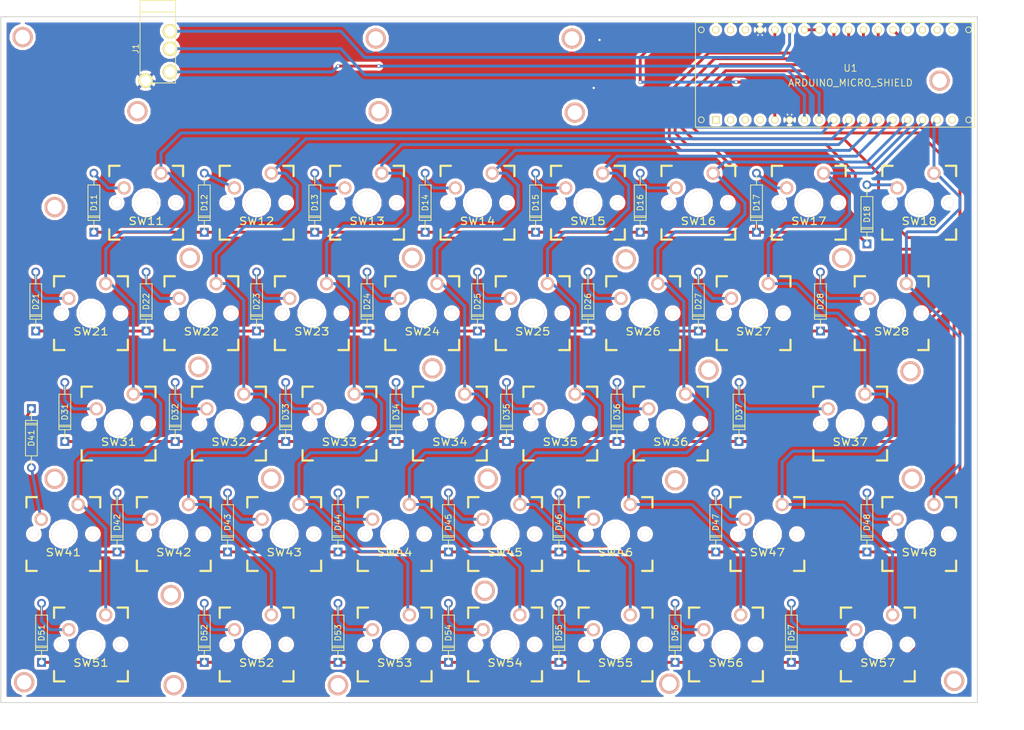
<source format=kicad_pcb>
(kicad_pcb (version 4) (host pcbnew 4.0.1-stable)
  (layers (0 F.Cu signal) (31 B.Cu signal) (34 B.Paste user) (35 F.Paste user) (36 B.SilkS user) (37 F.SilkS user) (38 B.Mask user) (39 F.Mask user) (44 Edge.Cuts user))
  (net 0 "")
  (net 1 /INPUT1)
  (net 2 "Net-(D11-Pad2)")
  (net 3 "Net-(D12-Pad2)")
  (net 4 "Net-(D13-Pad2)")
  (net 5 "Net-(D14-Pad2)")
  (net 6 "Net-(D15-Pad2)")
  (net 7 "Net-(D16-Pad2)")
  (net 8 "Net-(D17-Pad2)")
  (net 9 /INPUT2)
  (net 10 "Net-(D21-Pad2)")
  (net 11 "Net-(D22-Pad2)")
  (net 12 "Net-(D23-Pad2)")
  (net 13 "Net-(D24-Pad2)")
  (net 14 "Net-(D25-Pad2)")
  (net 15 "Net-(D26-Pad2)")
  (net 16 "Net-(D27-Pad2)")
  (net 17 "Net-(D28-Pad2)")
  (net 18 /INPUT3)
  (net 19 "Net-(D31-Pad2)")
  (net 20 "Net-(D32-Pad2)")
  (net 21 "Net-(D33-Pad2)")
  (net 22 "Net-(D34-Pad2)")
  (net 23 "Net-(D35-Pad2)")
  (net 24 "Net-(D36-Pad2)")
  (net 25 "Net-(D37-Pad2)")
  (net 26 /INPUT4)
  (net 27 "Net-(D41-Pad2)")
  (net 28 "Net-(D42-Pad2)")
  (net 29 "Net-(D43-Pad2)")
  (net 30 "Net-(D44-Pad2)")
  (net 31 "Net-(D45-Pad2)")
  (net 32 "Net-(D46-Pad2)")
  (net 33 "Net-(D47-Pad2)")
  (net 34 "Net-(D48-Pad2)")
  (net 35 /INPUT5)
  (net 36 "Net-(D51-Pad2)")
  (net 37 "Net-(D52-Pad2)")
  (net 38 "Net-(D54-Pad2)")
  (net 39 VCC)
  (net 40 /SDA)
  (net 41 /SCL)
  (net 42 /OUTPUT1)
  (net 43 /OUTPUT2)
  (net 44 /OUTPUT3)
  (net 45 /OUTPUT4)
  (net 46 /OUTPUT5)
  (net 47 /OUTPUT6)
  (net 48 /OUTPUT7)
  (net 49 /OUTPUT8)
  (net 50 "Net-(U1-PadRST)")
  (net 51 "Net-(U1-PadNC)")
  (net 52 "Net-(D53-Pad2)")
  (net 53 "Net-(D55-Pad2)")
  (net 54 "Net-(D56-Pad2)")
  (net 55 "Net-(D57-Pad2)")
  (net 56 GND)
  (net 57 "Net-(D18-Pad2)")
  (module MyFootprint:CHERRY_PLATE_100H (layer F.Cu) (at 107.5 79)
    (fp_text reference SW24 (at 0 3.175) (layer F.SilkS) (effects (font (size 1.27 1.524) (thickness 0.2032))))
    (fp_text value SW_PUSH hide)
    (pad 1 thru_hole circle (at 2.54 -5.08) (size 2.286 2.286) (drill 1.4986) (layers *.Cu *.SilkS *.Mask) (net 45 /OUTPUT4))
    (pad 2 thru_hole circle (at -3.81 -2.54) (size 2.286 2.286) (drill 1.4986) (layers *.Cu *.SilkS *.Mask) (net 13 "Net-(D24-Pad2)"))
    (pad HOLE thru_hole circle (at 0 0) (size 3.9878 3.9878) (drill 3.9878) (layers *.Cu *.Mask F.SilkS))
    (pad HOLE thru_hole circle (at -5.08 0) (size 1.7018 1.7018) (drill 1.7018) (layers *.Cu *.Mask F.SilkS))
    (pad HOLE thru_hole circle (at 5.08 0) (size 1.7018 1.7018) (drill 1.7018) (layers *.Cu *.Mask F.SilkS))
  )
  (module MyFootprint:CHERRY_PLATE_100H (layer F.Cu) (at 126.5 79)
    (fp_text reference SW25 (at 0 3.175) (layer F.SilkS) (effects (font (size 1.27 1.524) (thickness 0.2032))))
    (fp_text value SW_PUSH hide)
    (pad 1 thru_hole circle (at 2.54 -5.08) (size 2.286 2.286) (drill 1.4986) (layers *.Cu *.SilkS *.Mask) (net 46 /OUTPUT5))
    (pad 2 thru_hole circle (at -3.81 -2.54) (size 2.286 2.286) (drill 1.4986) (layers *.Cu *.SilkS *.Mask) (net 14 "Net-(D25-Pad2)"))
    (pad HOLE thru_hole circle (at 0 0) (size 3.9878 3.9878) (drill 3.9878) (layers *.Cu *.Mask F.SilkS))
    (pad HOLE thru_hole circle (at -5.08 0) (size 1.7018 1.7018) (drill 1.7018) (layers *.Cu *.Mask F.SilkS))
    (pad HOLE thru_hole circle (at 5.08 0) (size 1.7018 1.7018) (drill 1.7018) (layers *.Cu *.Mask F.SilkS))
  )
  (module MyFootprint:CHERRY_PLATE_100H (layer F.Cu) (at 136 60)
    (fp_text reference SW15 (at 0 3.175) (layer F.SilkS) (effects (font (size 1.27 1.524) (thickness 0.2032))))
    (fp_text value SW_PUSH hide)
    (pad 1 thru_hole circle (at 2.54 -5.08) (size 2.286 2.286) (drill 1.4986) (layers *.Cu *.SilkS *.Mask) (net 46 /OUTPUT5))
    (pad 2 thru_hole circle (at -3.81 -2.54) (size 2.286 2.286) (drill 1.4986) (layers *.Cu *.SilkS *.Mask) (net 6 "Net-(D15-Pad2)"))
    (pad HOLE thru_hole circle (at 0 0) (size 3.9878 3.9878) (drill 3.9878) (layers *.Cu *.Mask F.SilkS))
    (pad HOLE thru_hole circle (at -5.08 0) (size 1.7018 1.7018) (drill 1.7018) (layers *.Cu *.Mask F.SilkS))
    (pad HOLE thru_hole circle (at 5.08 0) (size 1.7018 1.7018) (drill 1.7018) (layers *.Cu *.Mask F.SilkS))
  )
  (module MyFootprint:CHERRY_PLATE_100H (layer F.Cu) (at 117 60)
    (fp_text reference SW14 (at 0 3.175) (layer F.SilkS) (effects (font (size 1.27 1.524) (thickness 0.2032))))
    (fp_text value SW_PUSH hide)
    (pad 1 thru_hole circle (at 2.54 -5.08) (size 2.286 2.286) (drill 1.4986) (layers *.Cu *.SilkS *.Mask) (net 45 /OUTPUT4))
    (pad 2 thru_hole circle (at -3.81 -2.54) (size 2.286 2.286) (drill 1.4986) (layers *.Cu *.SilkS *.Mask) (net 5 "Net-(D14-Pad2)"))
    (pad HOLE thru_hole circle (at 0 0) (size 3.9878 3.9878) (drill 3.9878) (layers *.Cu *.Mask F.SilkS))
    (pad HOLE thru_hole circle (at -5.08 0) (size 1.7018 1.7018) (drill 1.7018) (layers *.Cu *.Mask F.SilkS))
    (pad HOLE thru_hole circle (at 5.08 0) (size 1.7018 1.7018) (drill 1.7018) (layers *.Cu *.Mask F.SilkS))
  )
  (module MyFootprint:CHERRY_PLATE_100H (layer F.Cu) (at 98 60)
    (fp_text reference SW13 (at 0 3.175) (layer F.SilkS) (effects (font (size 1.27 1.524) (thickness 0.2032))))
    (fp_text value SW_PUSH hide)
    (pad 1 thru_hole circle (at 2.54 -5.08) (size 2.286 2.286) (drill 1.4986) (layers *.Cu *.SilkS *.Mask) (net 44 /OUTPUT3))
    (pad 2 thru_hole circle (at -3.81 -2.54) (size 2.286 2.286) (drill 1.4986) (layers *.Cu *.SilkS *.Mask) (net 4 "Net-(D13-Pad2)"))
    (pad HOLE thru_hole circle (at 0 0) (size 3.9878 3.9878) (drill 3.9878) (layers *.Cu *.Mask F.SilkS))
    (pad HOLE thru_hole circle (at -5.08 0) (size 1.7018 1.7018) (drill 1.7018) (layers *.Cu *.Mask F.SilkS))
    (pad HOLE thru_hole circle (at 5.08 0) (size 1.7018 1.7018) (drill 1.7018) (layers *.Cu *.Mask F.SilkS))
  )
  (module MyFootprint:CHERRY_PLATE_100H (layer F.Cu) (at 79 60)
    (fp_text reference SW12 (at 0 3.175) (layer F.SilkS) (effects (font (size 1.27 1.524) (thickness 0.2032))))
    (fp_text value SW_PUSH hide)
    (pad 1 thru_hole circle (at 2.54 -5.08) (size 2.286 2.286) (drill 1.4986) (layers *.Cu *.SilkS *.Mask) (net 43 /OUTPUT2))
    (pad 2 thru_hole circle (at -3.81 -2.54) (size 2.286 2.286) (drill 1.4986) (layers *.Cu *.SilkS *.Mask) (net 3 "Net-(D12-Pad2)"))
    (pad HOLE thru_hole circle (at 0 0) (size 3.9878 3.9878) (drill 3.9878) (layers *.Cu *.Mask F.SilkS))
    (pad HOLE thru_hole circle (at -5.08 0) (size 1.7018 1.7018) (drill 1.7018) (layers *.Cu *.Mask F.SilkS))
    (pad HOLE thru_hole circle (at 5.08 0) (size 1.7018 1.7018) (drill 1.7018) (layers *.Cu *.Mask F.SilkS))
  )
  (module MyFootprint:CHERRY_PLATE_100H (layer F.Cu) (at 60 60)
    (fp_text reference SW11 (at 0 3.175) (layer F.SilkS) (effects (font (size 1.27 1.524) (thickness 0.2032))))
    (fp_text value SW_PUSH hide)
    (pad 1 thru_hole circle (at 2.54 -5.08) (size 2.286 2.286) (drill 1.4986) (layers *.Cu *.SilkS *.Mask) (net 42 /OUTPUT1))
    (pad 2 thru_hole circle (at -3.81 -2.54) (size 2.286 2.286) (drill 1.4986) (layers *.Cu *.SilkS *.Mask) (net 2 "Net-(D11-Pad2)"))
    (pad HOLE thru_hole circle (at 0 0) (size 3.9878 3.9878) (drill 3.9878) (layers *.Cu *.Mask F.SilkS))
    (pad HOLE thru_hole circle (at -5.08 0) (size 1.7018 1.7018) (drill 1.7018) (layers *.Cu *.Mask F.SilkS))
    (pad HOLE thru_hole circle (at 5.08 0) (size 1.7018 1.7018) (drill 1.7018) (layers *.Cu *.Mask F.SilkS))
  )
  (module MyFootprint:4pin_Jack (layer F.Cu) (at 62 33.5 270)
    (fp_text reference J1 (at 0 3.81 270) (layer F.SilkS))
    (fp_text value 4pin_Jack)
    (pad 1 thru_hole circle (at -3 -2.1 270) (size 2.5 2.5) (drill 1.8) (layers *.Cu *.Mask F.SilkS) (net 39 VCC))
    (pad 2 thru_hole circle (at 0 -2.1 270) (size 2.5 2.5) (drill 1.8) (layers *.Cu *.Mask F.SilkS) (net 40 /SDA))
    (pad 4 thru_hole circle (at 5.5 2.1 270) (size 2.5 2.5) (drill 1.8) (layers *.Cu *.Mask F.SilkS) (net 56 GND))
    (pad 3 thru_hole circle (at 4 -2.1 270) (size 2.5 2.5) (drill 1.8) (layers *.Cu *.Mask F.SilkS) (net 41 /SCL))
  )
  (module MyFootprint:m2_neji_hole2.5_head3.5 (layer F.Cu) (at 118.25 126.75)
    (fp_text reference "" (at 0 0.5) (layer F.SilkS))
    (fp_text value "")
    (pad 1 thru_hole circle (at 0 0) (size 3.5 3.5) (drill 2.5) (layers *.Cu *.SilkS *.Mask Eco1.User Eco2.User))
  )
  (module MyFootprint:m2_neji_hole2.5_head3.5 (layer F.Cu) (at 64.25 127.5)
    (fp_text reference "" (at 0 0.5) (layer F.SilkS))
    (fp_text value "")
    (pad 1 thru_hole circle (at 0 0) (size 3.5 3.5) (drill 2.5) (layers *.Cu *.SilkS *.Mask Eco1.User Eco2.User))
  )
  (module MyFootprint:m2_neji_hole2.5_head3.5 (layer F.Cu) (at 69 88.25)
    (fp_text reference "" (at 0 0.5) (layer F.SilkS))
    (fp_text value "")
    (pad 1 thru_hole circle (at 0 0) (size 3.5 3.5) (drill 2.5) (layers *.Cu *.SilkS *.Mask Eco1.User Eco2.User))
  )
  (module MyFootprint:m2_neji_hole2.5_head3.5 (layer F.Cu) (at 109.25 88.5)
    (fp_text reference "" (at 0 0.5) (layer F.SilkS))
    (fp_text value "")
    (pad 1 thru_hole circle (at 0 0) (size 3.5 3.5) (drill 2.5) (layers *.Cu *.SilkS *.Mask Eco1.User Eco2.User))
  )
  (module MyFootprint:m2_neji_hole2.5_head3.5 (layer F.Cu) (at 156.75 88.75)
    (fp_text reference "" (at 0 0.5) (layer F.SilkS))
    (fp_text value "")
    (pad 1 thru_hole circle (at 0 0) (size 3.5 3.5) (drill 2.5) (layers *.Cu *.SilkS *.Mask Eco1.User Eco2.User))
  )
  (module MyFootprint:m2_neji_hole2.5_head3.5 (layer F.Cu) (at 191.5 89)
    (fp_text reference "" (at 0 0.5) (layer F.SilkS))
    (fp_text value "")
    (pad 1 thru_hole circle (at 0 0) (size 3.5 3.5) (drill 2.5) (layers *.Cu *.SilkS *.Mask Eco1.User Eco2.User))
  )
  (module MyFootprint:m2_neji_hole2.5_head3.5 (layer F.Cu) (at 58.5 44.25)
    (fp_text reference "" (at 0 0.5) (layer F.SilkS))
    (fp_text value "")
    (pad 1 thru_hole circle (at 0 0) (size 3.5 3.5) (drill 2.5) (layers *.Cu *.SilkS *.Mask Eco1.User Eco2.User))
  )
  (module MyFootprint:m2_neji_hole2.5_head3.5 (layer F.Cu) (at 100 44.25)
    (fp_text reference "" (at 0 0.5) (layer F.SilkS))
    (fp_text value "")
    (pad 1 thru_hole circle (at 0 0) (size 3.5 3.5) (drill 2.5) (layers *.Cu *.SilkS *.Mask Eco1.User Eco2.User))
  )
  (module MyFootprint:m2_neji_hole2.5_head3.5 (layer F.Cu) (at 133.75 44.5)
    (fp_text reference "" (at 0 0.5) (layer F.SilkS))
    (fp_text value "")
    (pad 1 thru_hole circle (at 0 0) (size 3.5 3.5) (drill 2.5) (layers *.Cu *.SilkS *.Mask Eco1.User Eco2.User))
  )
  (module MyFootprint:m2_neji_hole2.5_head3.5 (layer F.Cu) (at 64.75 143)
    (fp_text reference "" (at 0 0.5) (layer F.SilkS))
    (fp_text value "")
    (pad 1 thru_hole circle (at 0 0) (size 3.5 3.5) (drill 2.5) (layers *.Cu *.SilkS *.Mask Eco1.User Eco2.User))
  )
  (module MyFootprint:m2_neji_hole2.5_head3.5 (layer F.Cu) (at 196.5 39)
    (fp_text reference "" (at 0 0.5) (layer F.SilkS))
    (fp_text value "")
    (pad 1 thru_hole circle (at 0 0) (size 3.5 3.5) (drill 2.5) (layers *.Cu *.SilkS *.Mask Eco1.User Eco2.User))
  )
  (module MyFootprint:m2_neji_hole2.5_head3.5 (layer F.Cu) (at 44.25 60.75)
    (fp_text reference "" (at 0 0.5) (layer F.SilkS))
    (fp_text value "")
    (pad 1 thru_hole circle (at 0 0) (size 3.5 3.5) (drill 2.5) (layers *.Cu *.SilkS *.Mask Eco1.User Eco2.User))
  )
  (module MyFootprint:m2_neji_hole2.5_head3.5 (layer F.Cu) (at 67.5 69.5)
    (fp_text reference "" (at 0 0.5) (layer F.SilkS))
    (fp_text value "")
    (pad 1 thru_hole circle (at 0 0) (size 3.5 3.5) (drill 2.5) (layers *.Cu *.SilkS *.Mask Eco1.User Eco2.User))
  )
  (module MyFootprint:m2_neji_hole2.5_head3.5 (layer F.Cu) (at 105.75 69.5)
    (fp_text reference "" (at 0 0.5) (layer F.SilkS))
    (fp_text value "")
    (pad 1 thru_hole circle (at 0 0) (size 3.5 3.5) (drill 2.5) (layers *.Cu *.SilkS *.Mask Eco1.User Eco2.User))
  )
  (module MyFootprint:m2_neji_hole2.5_head3.5 (layer F.Cu) (at 142.5 69.75)
    (fp_text reference "" (at 0 0.5) (layer F.SilkS))
    (fp_text value "")
    (pad 1 thru_hole circle (at 0 0) (size 3.5 3.5) (drill 2.5) (layers *.Cu *.SilkS *.Mask Eco1.User Eco2.User))
  )
  (module MyFootprint:m2_neji_hole2.5_head3.5 (layer F.Cu) (at 179.75 69.5)
    (fp_text reference "" (at 0 0.5) (layer F.SilkS))
    (fp_text value "")
    (pad 1 thru_hole circle (at 0 0) (size 3.5 3.5) (drill 2.5) (layers *.Cu *.SilkS *.Mask Eco1.User Eco2.User))
  )
  (module MyFootprint:m2_neji_hole2.5_head3.5 (layer F.Cu) (at 191.75 107.5)
    (fp_text reference "" (at 0 0.5) (layer F.SilkS))
    (fp_text value "")
    (pad 1 thru_hole circle (at 0 0) (size 3.5 3.5) (drill 2.5) (layers *.Cu *.SilkS *.Mask Eco1.User Eco2.User))
  )
  (module MyFootprint:m2_neji_hole2.5_head3.5 (layer F.Cu) (at 151 107.75)
    (fp_text reference "" (at 0 0.5) (layer F.SilkS))
    (fp_text value "")
    (pad 1 thru_hole circle (at 0 0) (size 3.5 3.5) (drill 2.5) (layers *.Cu *.SilkS *.Mask Eco1.User Eco2.User))
  )
  (module MyFootprint:m2_neji_hole2.5_head3.5 (layer F.Cu) (at 118.75 107.5)
    (fp_text reference "" (at 0 0.5) (layer F.SilkS))
    (fp_text value "")
    (pad 1 thru_hole circle (at 0 0) (size 3.5 3.5) (drill 2.5) (layers *.Cu *.SilkS *.Mask Eco1.User Eco2.User))
  )
  (module MyFootprint:m2_neji_hole2.5_head3.5 (layer F.Cu) (at 81.5 107.5)
    (fp_text reference "" (at 0 0.5) (layer F.SilkS))
    (fp_text value "")
    (pad 1 thru_hole circle (at 0 0) (size 3.5 3.5) (drill 2.5) (layers *.Cu *.SilkS *.Mask Eco1.User Eco2.User))
  )
  (module MyFootprint:m2_neji_hole2.5_head3.5 (layer F.Cu) (at 44.25 107.5)
    (fp_text reference "" (at 0 0.5) (layer F.SilkS))
    (fp_text value "")
    (pad 1 thru_hole circle (at 0 0) (size 3.5 3.5) (drill 2.5) (layers *.Cu *.SilkS *.Mask Eco1.User Eco2.User))
  )
  (module MyFootprint:m2_neji_hole2.5_head3.5 (layer F.Cu) (at 38.75 31.5)
    (fp_text reference "" (at 0 0.5) (layer F.SilkS))
    (fp_text value "")
    (pad 1 thru_hole circle (at 0 0) (size 3.5 3.5) (drill 2.5) (layers *.Cu *.SilkS *.Mask Eco1.User Eco2.User))
  )
  (module MyFootprint:m2_neji_hole2.5_head3.5 (layer F.Cu) (at 99.5 31.75)
    (fp_text reference "" (at 0 0.5) (layer F.SilkS))
    (fp_text value "")
    (pad 1 thru_hole circle (at 0 0) (size 3.5 3.5) (drill 2.5) (layers *.Cu *.SilkS *.Mask Eco1.User Eco2.User))
  )
  (module MyFootprint:m2_neji_hole2.5_head3.5 (layer F.Cu) (at 133.25 31.75)
    (fp_text reference "" (at 0 0.5) (layer F.SilkS))
    (fp_text value "")
    (pad 1 thru_hole circle (at 0 0) (size 3.5 3.5) (drill 2.5) (layers *.Cu *.SilkS *.Mask Eco1.User Eco2.User))
  )
  (module MyFootprint:m2_neji_hole2.5_head3.5 (layer F.Cu) (at 93 143)
    (fp_text reference "" (at 0 0.5) (layer F.SilkS))
    (fp_text value "")
    (pad 1 thru_hole circle (at 0 0) (size 3.5 3.5) (drill 2.5) (layers *.Cu *.SilkS *.Mask Eco1.User Eco2.User))
  )
  (module MyFootprint:m2_neji_hole2.5_head3.5 (layer F.Cu) (at 150 142.75)
    (fp_text reference "" (at 0 0.5) (layer F.SilkS))
    (fp_text value "")
    (pad 1 thru_hole circle (at 0 0) (size 3.5 3.5) (drill 2.5) (layers *.Cu *.SilkS *.Mask Eco1.User Eco2.User))
  )
  (module MyFootprint:m2_neji_hole2.5_head3.5 (layer F.Cu) (at 39 142.5)
    (fp_text reference "" (at 0 0.5) (layer F.SilkS))
    (fp_text value "")
    (pad 1 thru_hole circle (at 0 0) (size 3.5 3.5) (drill 2.5) (layers *.Cu *.SilkS *.Mask Eco1.User Eco2.User))
  )
  (module MyFootprint:m2_neji_hole2.5_head3.5 (layer F.Cu) (at 199 142.25)
    (fp_text reference "" (at 0 0.5) (layer F.SilkS))
    (fp_text value "")
    (pad 1 thru_hole circle (at 0 0) (size 3.5 3.5) (drill 2.5) (layers *.Cu *.SilkS *.Mask Eco1.User Eco2.User))
  )
  (module MyFootprint:CHERRY_PLATE_100H (layer F.Cu) (at 193 60)
    (fp_text reference SW18 (at 0 3.175) (layer F.SilkS) (effects (font (size 1.27 1.524) (thickness 0.2032))))
    (fp_text value SW_PUSH hide)
    (pad 1 thru_hole circle (at 2.54 -5.08) (size 2.286 2.286) (drill 1.4986) (layers *.Cu *.SilkS *.Mask) (net 49 /OUTPUT8))
    (pad 2 thru_hole circle (at -3.81 -2.54) (size 2.286 2.286) (drill 1.4986) (layers *.Cu *.SilkS *.Mask) (net 57 "Net-(D18-Pad2)"))
    (pad HOLE thru_hole circle (at 0 0) (size 3.9878 3.9878) (drill 3.9878) (layers *.Cu *.Mask F.SilkS))
    (pad HOLE thru_hole circle (at -5.08 0) (size 1.7018 1.7018) (drill 1.7018) (layers *.Cu *.Mask F.SilkS))
    (pad HOLE thru_hole circle (at 5.08 0) (size 1.7018 1.7018) (drill 1.7018) (layers *.Cu *.Mask F.SilkS))
  )
  (module MyFootprint:CHERRY_PLATE_100H (layer F.Cu) (at 174 60)
    (fp_text reference SW17 (at 0 3.175) (layer F.SilkS) (effects (font (size 1.27 1.524) (thickness 0.2032))))
    (fp_text value SW_PUSH hide)
    (pad 1 thru_hole circle (at 2.54 -5.08) (size 2.286 2.286) (drill 1.4986) (layers *.Cu *.SilkS *.Mask) (net 48 /OUTPUT7))
    (pad 2 thru_hole circle (at -3.81 -2.54) (size 2.286 2.286) (drill 1.4986) (layers *.Cu *.SilkS *.Mask) (net 8 "Net-(D17-Pad2)"))
    (pad HOLE thru_hole circle (at 0 0) (size 3.9878 3.9878) (drill 3.9878) (layers *.Cu *.Mask F.SilkS))
    (pad HOLE thru_hole circle (at -5.08 0) (size 1.7018 1.7018) (drill 1.7018) (layers *.Cu *.Mask F.SilkS))
    (pad HOLE thru_hole circle (at 5.08 0) (size 1.7018 1.7018) (drill 1.7018) (layers *.Cu *.Mask F.SilkS))
  )
  (module Discret:DO-41 (layer F.Cu) (at 184 62 270)
    (fp_text reference D18 (at 0 0 270) (layer F.SilkS))
    (fp_text value D)
    (pad 1 thru_hole rect (at 5.08 0 270) (size 1.524 1.524) (drill 0.889) (layers *.Cu *.Mask) (net 1 /INPUT1))
    (pad 2 thru_hole circle (at -5.08 0 270) (size 1.524 1.524) (drill 0.889) (layers *.Cu *.Mask) (net 57 "Net-(D18-Pad2)"))
  )
  (module MyFootprint:CHERRY_PLATE_100H (layer F.Cu) (at 159.75 136)
    (fp_text reference SW56 (at 0 3.175) (layer F.SilkS) (effects (font (size 1.27 1.524) (thickness 0.2032))))
    (fp_text value SW_PUSH hide)
    (pad 1 thru_hole circle (at 2.54 -5.08) (size 2.286 2.286) (drill 1.4986) (layers *.Cu *.SilkS *.Mask) (net 47 /OUTPUT6))
    (pad 2 thru_hole circle (at -3.81 -2.54) (size 2.286 2.286) (drill 1.4986) (layers *.Cu *.SilkS *.Mask) (net 54 "Net-(D56-Pad2)"))
    (pad HOLE thru_hole circle (at 0 0) (size 3.9878 3.9878) (drill 3.9878) (layers *.Cu *.Mask F.SilkS))
    (pad HOLE thru_hole circle (at -5.08 0) (size 1.7018 1.7018) (drill 1.7018) (layers *.Cu *.Mask F.SilkS))
    (pad HOLE thru_hole circle (at 5.08 0) (size 1.7018 1.7018) (drill 1.7018) (layers *.Cu *.Mask F.SilkS))
  )
  (module MyFootprint:CHERRY_PLATE_100H (layer F.Cu) (at 140.75 136)
    (fp_text reference SW55 (at 0 3.175) (layer F.SilkS) (effects (font (size 1.27 1.524) (thickness 0.2032))))
    (fp_text value SW_PUSH hide)
    (pad 1 thru_hole circle (at 2.54 -5.08) (size 2.286 2.286) (drill 1.4986) (layers *.Cu *.SilkS *.Mask) (net 46 /OUTPUT5))
    (pad 2 thru_hole circle (at -3.81 -2.54) (size 2.286 2.286) (drill 1.4986) (layers *.Cu *.SilkS *.Mask) (net 53 "Net-(D55-Pad2)"))
    (pad HOLE thru_hole circle (at 0 0) (size 3.9878 3.9878) (drill 3.9878) (layers *.Cu *.Mask F.SilkS))
    (pad HOLE thru_hole circle (at -5.08 0) (size 1.7018 1.7018) (drill 1.7018) (layers *.Cu *.Mask F.SilkS))
    (pad HOLE thru_hole circle (at 5.08 0) (size 1.7018 1.7018) (drill 1.7018) (layers *.Cu *.Mask F.SilkS))
  )
  (module MyFootprint:CHERRY_PLATE_100H (layer F.Cu) (at 102.75 136)
    (fp_text reference SW53 (at 0 3.175) (layer F.SilkS) (effects (font (size 1.27 1.524) (thickness 0.2032))))
    (fp_text value SW_PUSH hide)
    (pad 1 thru_hole circle (at 2.54 -5.08) (size 2.286 2.286) (drill 1.4986) (layers *.Cu *.SilkS *.Mask) (net 44 /OUTPUT3))
    (pad 2 thru_hole circle (at -3.81 -2.54) (size 2.286 2.286) (drill 1.4986) (layers *.Cu *.SilkS *.Mask) (net 52 "Net-(D53-Pad2)"))
    (pad HOLE thru_hole circle (at 0 0) (size 3.9878 3.9878) (drill 3.9878) (layers *.Cu *.Mask F.SilkS))
    (pad HOLE thru_hole circle (at -5.08 0) (size 1.7018 1.7018) (drill 1.7018) (layers *.Cu *.Mask F.SilkS))
    (pad HOLE thru_hole circle (at 5.08 0) (size 1.7018 1.7018) (drill 1.7018) (layers *.Cu *.Mask F.SilkS))
  )
  (module Discret:DO-41 (layer F.Cu) (at 171 134 270)
    (fp_text reference D57 (at 0 0 270) (layer F.SilkS))
    (fp_text value D)
    (pad 1 thru_hole rect (at 5.08 0 270) (size 1.524 1.524) (drill 0.889) (layers *.Cu *.Mask) (net 35 /INPUT5))
    (pad 2 thru_hole circle (at -5.08 0 270) (size 1.524 1.524) (drill 0.889) (layers *.Cu *.Mask) (net 55 "Net-(D57-Pad2)"))
  )
  (module Discret:DO-41 (layer F.Cu) (at 151 134 270)
    (fp_text reference D56 (at 0 0 270) (layer F.SilkS))
    (fp_text value D)
    (pad 1 thru_hole rect (at 5.08 0 270) (size 1.524 1.524) (drill 0.889) (layers *.Cu *.Mask) (net 35 /INPUT5))
    (pad 2 thru_hole circle (at -5.08 0 270) (size 1.524 1.524) (drill 0.889) (layers *.Cu *.Mask) (net 54 "Net-(D56-Pad2)"))
  )
  (module Discret:DO-41 (layer F.Cu) (at 131 134 270)
    (fp_text reference D55 (at 0 0 270) (layer F.SilkS))
    (fp_text value D)
    (pad 1 thru_hole rect (at 5.08 0 270) (size 1.524 1.524) (drill 0.889) (layers *.Cu *.Mask) (net 35 /INPUT5))
    (pad 2 thru_hole circle (at -5.08 0 270) (size 1.524 1.524) (drill 0.889) (layers *.Cu *.Mask) (net 53 "Net-(D55-Pad2)"))
  )
  (module Discret:DO-41 (layer F.Cu) (at 93 134 270)
    (fp_text reference D53 (at 0 0 270) (layer F.SilkS))
    (fp_text value D)
    (pad 1 thru_hole rect (at 5.08 0 270) (size 1.524 1.524) (drill 0.889) (layers *.Cu *.Mask) (net 35 /INPUT5))
    (pad 2 thru_hole circle (at -5.08 0 270) (size 1.524 1.524) (drill 0.889) (layers *.Cu *.Mask) (net 52 "Net-(D53-Pad2)"))
  )
  (module arduino_micro_shield:ARDUINO_MICRO_SHIELD (layer F.Cu) (at 154.5 47)
    (fp_text reference U1 (at 26.67 -10.16) (layer F.SilkS) (effects (font (size 1.2 1.2))))
    (fp_text value ARDUINO_MICRO_SHIELD (at 26.67 -7.62) (layer F.SilkS) (effects (font (size 1.2 1.2))))
    (pad SCK thru_hole circle (at 3.5 -16.746) (size 1.2 1.2) (drill 0.8) (layers *.Cu *.Mask F.SilkS))
    (pad MI thru_hole circle (at 6.04 -16.746) (size 1.2 1.2) (drill 0.8) (layers *.Cu *.Mask F.SilkS))
    (pad VI thru_hole circle (at 8.58 -16.746) (size 1.2 1.2) (drill 0.8) (layers *.Cu *.Mask F.SilkS))
    (pad GND thru_hole circle (at 11.12 -16.746) (size 1.2 1.2) (drill 0.8) (layers *.Cu *.Mask F.SilkS) (net 56 GND))
    (pad RST thru_hole circle (at 13.66 -16.746) (size 1.2 1.2) (drill 0.8) (layers *.Cu *.Mask F.SilkS) (net 50 "Net-(U1-PadRST)"))
    (pad 5V thru_hole circle (at 16.2 -16.746) (size 1.2 1.2) (drill 0.8) (layers *.Cu *.Mask F.SilkS) (net 39 VCC))
    (pad NC thru_hole circle (at 18.74 -16.746) (size 1.2 1.2) (drill 0.8) (layers *.Cu *.Mask F.SilkS) (net 51 "Net-(U1-PadNC)"))
    (pad NC thru_hole circle (at 21.28 -16.746) (size 1.2 1.2) (drill 0.8) (layers *.Cu *.Mask F.SilkS) (net 51 "Net-(U1-PadNC)"))
    (pad A5 thru_hole circle (at 23.82 -16.746) (size 1.2 1.2) (drill 0.8) (layers *.Cu *.Mask F.SilkS) (net 1 /INPUT1))
    (pad A4 thru_hole circle (at 26.36 -16.746) (size 1.2 1.2) (drill 0.8) (layers *.Cu *.Mask F.SilkS) (net 9 /INPUT2))
    (pad A3 thru_hole circle (at 28.9 -16.746) (size 1.2 1.2) (drill 0.8) (layers *.Cu *.Mask F.SilkS) (net 18 /INPUT3))
    (pad A2 thru_hole circle (at 31.44 -16.746) (size 1.2 1.2) (drill 0.8) (layers *.Cu *.Mask F.SilkS) (net 26 /INPUT4))
    (pad A1 thru_hole circle (at 33.98 -16.746) (size 1.2 1.2) (drill 0.8) (layers *.Cu *.Mask F.SilkS) (net 35 /INPUT5))
    (pad A0 thru_hole circle (at 36.52 -16.746) (size 1.2 1.2) (drill 0.8) (layers *.Cu *.Mask F.SilkS))
    (pad AREF thru_hole circle (at 39.06 -16.746) (size 1.2 1.2) (drill 0.8) (layers *.Cu *.Mask F.SilkS))
    (pad 3.3V thru_hole circle (at 41.6 -16.746) (size 1.2 1.2) (drill 0.8) (layers *.Cu *.Mask F.SilkS))
    (pad 13 thru_hole circle (at 44.14 -16.746) (size 1.2 1.2) (drill 0.8) (layers *.Cu *.Mask F.SilkS))
    (pad MO thru_hole rect (at 3.5 -1.254) (size 1.2 1.2) (drill 0.8) (layers *.Cu *.Mask F.SilkS))
    (pad SS thru_hole circle (at 6.04 -1.254) (size 1.2 1.2) (drill 0.8) (layers *.Cu *.Mask F.SilkS))
    (pad TX thru_hole circle (at 8.58 -1.254) (size 1.2 1.2) (drill 0.8) (layers *.Cu *.Mask F.SilkS))
    (pad RX thru_hole circle (at 11.12 -1.254) (size 1.2 1.2) (drill 0.8) (layers *.Cu *.Mask F.SilkS))
    (pad RST thru_hole circle (at 13.66 -1.254) (size 1.2 1.2) (drill 0.8) (layers *.Cu *.Mask F.SilkS) (net 50 "Net-(U1-PadRST)"))
    (pad GND thru_hole circle (at 16.2 -1.254) (size 1.2 1.2) (drill 0.8) (layers *.Cu *.Mask F.SilkS) (net 56 GND))
    (pad 2 thru_hole circle (at 18.74 -1.254) (size 1.2 1.2) (drill 0.8) (layers *.Cu *.Mask F.SilkS) (net 40 /SDA))
    (pad 3 thru_hole circle (at 21.28 -1.254) (size 1.2 1.2) (drill 0.8) (layers *.Cu *.Mask F.SilkS) (net 41 /SCL))
    (pad 4 thru_hole circle (at 23.82 -1.254) (size 1.2 1.2) (drill 0.8) (layers *.Cu *.Mask F.SilkS) (net 42 /OUTPUT1))
    (pad 5 thru_hole circle (at 26.36 -1.254) (size 1.2 1.2) (drill 0.8) (layers *.Cu *.Mask F.SilkS) (net 43 /OUTPUT2))
    (pad 6 thru_hole circle (at 28.9 -1.254) (size 1.2 1.2) (drill 0.8) (layers *.Cu *.Mask F.SilkS) (net 44 /OUTPUT3))
    (pad 7 thru_hole circle (at 31.44 -1.254) (size 1.2 1.2) (drill 0.8) (layers *.Cu *.Mask F.SilkS) (net 45 /OUTPUT4))
    (pad 8 thru_hole circle (at 33.98 -1.254) (size 1.2 1.2) (drill 0.8) (layers *.Cu *.Mask F.SilkS) (net 46 /OUTPUT5))
    (pad 9 thru_hole circle (at 36.52 -1.254) (size 1.2 1.2) (drill 0.8) (layers *.Cu *.Mask F.SilkS) (net 47 /OUTPUT6))
    (pad 10 thru_hole circle (at 39.06 -1.254) (size 1.2 1.2) (drill 0.8) (layers *.Cu *.Mask F.SilkS) (net 48 /OUTPUT7))
    (pad 11 thru_hole circle (at 41.6 -1.254) (size 1.2 1.2) (drill 0.8) (layers *.Cu *.Mask F.SilkS) (net 49 /OUTPUT8))
    (pad 12 thru_hole circle (at 44.14 -1.254) (size 1.2 1.2) (drill 0.8) (layers *.Cu *.Mask F.SilkS))
  )
  (module MyFootprint:CHERRY_PLATE_100H (layer F.Cu) (at 121.75 136)
    (fp_text reference SW54 (at 0 3.175) (layer F.SilkS) (effects (font (size 1.27 1.524) (thickness 0.2032))))
    (fp_text value SW_PUSH hide)
    (pad 1 thru_hole circle (at 2.54 -5.08) (size 2.286 2.286) (drill 1.4986) (layers *.Cu *.SilkS *.Mask) (net 45 /OUTPUT4))
    (pad 2 thru_hole circle (at -3.81 -2.54) (size 2.286 2.286) (drill 1.4986) (layers *.Cu *.SilkS *.Mask) (net 38 "Net-(D54-Pad2)"))
    (pad HOLE thru_hole circle (at 0 0) (size 3.9878 3.9878) (drill 3.9878) (layers *.Cu *.Mask F.SilkS))
    (pad HOLE thru_hole circle (at -5.08 0) (size 1.7018 1.7018) (drill 1.7018) (layers *.Cu *.Mask F.SilkS))
    (pad HOLE thru_hole circle (at 5.08 0) (size 1.7018 1.7018) (drill 1.7018) (layers *.Cu *.Mask F.SilkS))
  )
  (module MyFootprint:CHERRY_PLATE_150H (layer F.Cu) (at 79 136)
    (fp_text reference SW52 (at 0 3.175) (layer F.SilkS) (effects (font (size 1.27 1.524) (thickness 0.2032))))
    (fp_text value SW_PUSH hide)
    (pad 1 thru_hole circle (at 2.54 -5.08) (size 2.286 2.286) (drill 1.4986) (layers *.Cu *.SilkS *.Mask) (net 43 /OUTPUT2))
    (pad 2 thru_hole circle (at -3.81 -2.54) (size 2.286 2.286) (drill 1.4986) (layers *.Cu *.SilkS *.Mask) (net 37 "Net-(D52-Pad2)"))
    (pad HOLE thru_hole circle (at 0 0) (size 3.9878 3.9878) (drill 3.9878) (layers *.Cu *.Mask F.SilkS))
    (pad HOLE thru_hole circle (at -5.08 0) (size 1.7018 1.7018) (drill 1.7018) (layers *.Cu *.Mask F.SilkS))
    (pad HOLE thru_hole circle (at 5.08 0) (size 1.7018 1.7018) (drill 1.7018) (layers *.Cu *.Mask F.SilkS))
  )
  (module MyFootprint:CHERRY_PLATE_150H (layer F.Cu) (at 50.5 136)
    (fp_text reference SW51 (at 0 3.175) (layer F.SilkS) (effects (font (size 1.27 1.524) (thickness 0.2032))))
    (fp_text value SW_PUSH hide)
    (pad 1 thru_hole circle (at 2.54 -5.08) (size 2.286 2.286) (drill 1.4986) (layers *.Cu *.SilkS *.Mask) (net 42 /OUTPUT1))
    (pad 2 thru_hole circle (at -3.81 -2.54) (size 2.286 2.286) (drill 1.4986) (layers *.Cu *.SilkS *.Mask) (net 36 "Net-(D51-Pad2)"))
    (pad HOLE thru_hole circle (at 0 0) (size 3.9878 3.9878) (drill 3.9878) (layers *.Cu *.Mask F.SilkS))
    (pad HOLE thru_hole circle (at -5.08 0) (size 1.7018 1.7018) (drill 1.7018) (layers *.Cu *.Mask F.SilkS))
    (pad HOLE thru_hole circle (at 5.08 0) (size 1.7018 1.7018) (drill 1.7018) (layers *.Cu *.Mask F.SilkS))
  )
  (module MyFootprint:CHERRY_PLATE_100H (layer F.Cu) (at 193 117)
    (fp_text reference SW48 (at 0 3.175) (layer F.SilkS) (effects (font (size 1.27 1.524) (thickness 0.2032))))
    (fp_text value SW_PUSH hide)
    (pad 1 thru_hole circle (at 2.54 -5.08) (size 2.286 2.286) (drill 1.4986) (layers *.Cu *.SilkS *.Mask) (net 49 /OUTPUT8))
    (pad 2 thru_hole circle (at -3.81 -2.54) (size 2.286 2.286) (drill 1.4986) (layers *.Cu *.SilkS *.Mask) (net 34 "Net-(D48-Pad2)"))
    (pad HOLE thru_hole circle (at 0 0) (size 3.9878 3.9878) (drill 3.9878) (layers *.Cu *.Mask F.SilkS))
    (pad HOLE thru_hole circle (at -5.08 0) (size 1.7018 1.7018) (drill 1.7018) (layers *.Cu *.Mask F.SilkS))
    (pad HOLE thru_hole circle (at 5.08 0) (size 1.7018 1.7018) (drill 1.7018) (layers *.Cu *.Mask F.SilkS))
  )
  (module MyFootprint:CHERRY_PLATE_175H (layer F.Cu) (at 166.875 117)
    (fp_text reference SW47 (at 0 3.175) (layer F.SilkS) (effects (font (size 1.27 1.524) (thickness 0.2032))))
    (fp_text value SW_PUSH hide)
    (pad 1 thru_hole circle (at 2.54 -5.08) (size 2.286 2.286) (drill 1.4986) (layers *.Cu *.SilkS *.Mask) (net 48 /OUTPUT7))
    (pad 2 thru_hole circle (at -3.81 -2.54) (size 2.286 2.286) (drill 1.4986) (layers *.Cu *.SilkS *.Mask) (net 33 "Net-(D47-Pad2)"))
    (pad HOLE thru_hole circle (at 0 0) (size 3.9878 3.9878) (drill 3.9878) (layers *.Cu *.Mask F.SilkS))
    (pad HOLE thru_hole circle (at -5.08 0) (size 1.7018 1.7018) (drill 1.7018) (layers *.Cu *.Mask F.SilkS))
    (pad HOLE thru_hole circle (at 5.08 0) (size 1.7018 1.7018) (drill 1.7018) (layers *.Cu *.Mask F.SilkS))
  )
  (module MyFootprint:CHERRY_PLATE_100H (layer F.Cu) (at 140.75 117)
    (fp_text reference SW46 (at 0 3.175) (layer F.SilkS) (effects (font (size 1.27 1.524) (thickness 0.2032))))
    (fp_text value SW_PUSH hide)
    (pad 1 thru_hole circle (at 2.54 -5.08) (size 2.286 2.286) (drill 1.4986) (layers *.Cu *.SilkS *.Mask) (net 47 /OUTPUT6))
    (pad 2 thru_hole circle (at -3.81 -2.54) (size 2.286 2.286) (drill 1.4986) (layers *.Cu *.SilkS *.Mask) (net 32 "Net-(D46-Pad2)"))
    (pad HOLE thru_hole circle (at 0 0) (size 3.9878 3.9878) (drill 3.9878) (layers *.Cu *.Mask F.SilkS))
    (pad HOLE thru_hole circle (at -5.08 0) (size 1.7018 1.7018) (drill 1.7018) (layers *.Cu *.Mask F.SilkS))
    (pad HOLE thru_hole circle (at 5.08 0) (size 1.7018 1.7018) (drill 1.7018) (layers *.Cu *.Mask F.SilkS))
  )
  (module MyFootprint:CHERRY_PLATE_100H (layer F.Cu) (at 121.75 117)
    (fp_text reference SW45 (at 0 3.175) (layer F.SilkS) (effects (font (size 1.27 1.524) (thickness 0.2032))))
    (fp_text value SW_PUSH hide)
    (pad 1 thru_hole circle (at 2.54 -5.08) (size 2.286 2.286) (drill 1.4986) (layers *.Cu *.SilkS *.Mask) (net 46 /OUTPUT5))
    (pad 2 thru_hole circle (at -3.81 -2.54) (size 2.286 2.286) (drill 1.4986) (layers *.Cu *.SilkS *.Mask) (net 31 "Net-(D45-Pad2)"))
    (pad HOLE thru_hole circle (at 0 0) (size 3.9878 3.9878) (drill 3.9878) (layers *.Cu *.Mask F.SilkS))
    (pad HOLE thru_hole circle (at -5.08 0) (size 1.7018 1.7018) (drill 1.7018) (layers *.Cu *.Mask F.SilkS))
    (pad HOLE thru_hole circle (at 5.08 0) (size 1.7018 1.7018) (drill 1.7018) (layers *.Cu *.Mask F.SilkS))
  )
  (module MyFootprint:CHERRY_PLATE_100H (layer F.Cu) (at 102.75 117)
    (fp_text reference SW44 (at 0 3.175) (layer F.SilkS) (effects (font (size 1.27 1.524) (thickness 0.2032))))
    (fp_text value SW_PUSH hide)
    (pad 1 thru_hole circle (at 2.54 -5.08) (size 2.286 2.286) (drill 1.4986) (layers *.Cu *.SilkS *.Mask) (net 45 /OUTPUT4))
    (pad 2 thru_hole circle (at -3.81 -2.54) (size 2.286 2.286) (drill 1.4986) (layers *.Cu *.SilkS *.Mask) (net 30 "Net-(D44-Pad2)"))
    (pad HOLE thru_hole circle (at 0 0) (size 3.9878 3.9878) (drill 3.9878) (layers *.Cu *.Mask F.SilkS))
    (pad HOLE thru_hole circle (at -5.08 0) (size 1.7018 1.7018) (drill 1.7018) (layers *.Cu *.Mask F.SilkS))
    (pad HOLE thru_hole circle (at 5.08 0) (size 1.7018 1.7018) (drill 1.7018) (layers *.Cu *.Mask F.SilkS))
  )
  (module MyFootprint:CHERRY_PLATE_100H (layer F.Cu) (at 83.75 117)
    (fp_text reference SW43 (at 0 3.175) (layer F.SilkS) (effects (font (size 1.27 1.524) (thickness 0.2032))))
    (fp_text value SW_PUSH hide)
    (pad 1 thru_hole circle (at 2.54 -5.08) (size 2.286 2.286) (drill 1.4986) (layers *.Cu *.SilkS *.Mask) (net 44 /OUTPUT3))
    (pad 2 thru_hole circle (at -3.81 -2.54) (size 2.286 2.286) (drill 1.4986) (layers *.Cu *.SilkS *.Mask) (net 29 "Net-(D43-Pad2)"))
    (pad HOLE thru_hole circle (at 0 0) (size 3.9878 3.9878) (drill 3.9878) (layers *.Cu *.Mask F.SilkS))
    (pad HOLE thru_hole circle (at -5.08 0) (size 1.7018 1.7018) (drill 1.7018) (layers *.Cu *.Mask F.SilkS))
    (pad HOLE thru_hole circle (at 5.08 0) (size 1.7018 1.7018) (drill 1.7018) (layers *.Cu *.Mask F.SilkS))
  )
  (module MyFootprint:CHERRY_PLATE_100H (layer F.Cu) (at 64.75 117)
    (fp_text reference SW42 (at 0 3.175) (layer F.SilkS) (effects (font (size 1.27 1.524) (thickness 0.2032))))
    (fp_text value SW_PUSH hide)
    (pad 1 thru_hole circle (at 2.54 -5.08) (size 2.286 2.286) (drill 1.4986) (layers *.Cu *.SilkS *.Mask) (net 43 /OUTPUT2))
    (pad 2 thru_hole circle (at -3.81 -2.54) (size 2.286 2.286) (drill 1.4986) (layers *.Cu *.SilkS *.Mask) (net 28 "Net-(D42-Pad2)"))
    (pad HOLE thru_hole circle (at 0 0) (size 3.9878 3.9878) (drill 3.9878) (layers *.Cu *.Mask F.SilkS))
    (pad HOLE thru_hole circle (at -5.08 0) (size 1.7018 1.7018) (drill 1.7018) (layers *.Cu *.Mask F.SilkS))
    (pad HOLE thru_hole circle (at 5.08 0) (size 1.7018 1.7018) (drill 1.7018) (layers *.Cu *.Mask F.SilkS))
  )
  (module MyFootprint:CHERRY_PLATE_100H (layer F.Cu) (at 45.75 117)
    (fp_text reference SW41 (at 0 3.175) (layer F.SilkS) (effects (font (size 1.27 1.524) (thickness 0.2032))))
    (fp_text value SW_PUSH hide)
    (pad 1 thru_hole circle (at 2.54 -5.08) (size 2.286 2.286) (drill 1.4986) (layers *.Cu *.SilkS *.Mask) (net 42 /OUTPUT1))
    (pad 2 thru_hole circle (at -3.81 -2.54) (size 2.286 2.286) (drill 1.4986) (layers *.Cu *.SilkS *.Mask) (net 27 "Net-(D41-Pad2)"))
    (pad HOLE thru_hole circle (at 0 0) (size 3.9878 3.9878) (drill 3.9878) (layers *.Cu *.Mask F.SilkS))
    (pad HOLE thru_hole circle (at -5.08 0) (size 1.7018 1.7018) (drill 1.7018) (layers *.Cu *.Mask F.SilkS))
    (pad HOLE thru_hole circle (at 5.08 0) (size 1.7018 1.7018) (drill 1.7018) (layers *.Cu *.Mask F.SilkS))
  )
  (module MyFootprint:CHERRY_PLATE_225H (layer F.Cu) (at 181.125 98)
    (fp_text reference SW37 (at 0 3.175) (layer F.SilkS) (effects (font (size 1.27 1.524) (thickness 0.2032))))
    (fp_text value SW_PUSH hide)
    (pad 1 thru_hole circle (at 2.54 -5.08) (size 2.286 2.286) (drill 1.4986) (layers *.Cu *.SilkS *.Mask) (net 48 /OUTPUT7))
    (pad 2 thru_hole circle (at -3.81 -2.54) (size 2.286 2.286) (drill 1.4986) (layers *.Cu *.SilkS *.Mask) (net 25 "Net-(D37-Pad2)"))
    (pad HOLE thru_hole circle (at 0 0) (size 3.9878 3.9878) (drill 3.9878) (layers *.Cu *.Mask F.SilkS))
    (pad HOLE thru_hole circle (at -5.08 0) (size 1.7018 1.7018) (drill 1.7018) (layers *.Cu *.Mask F.SilkS))
    (pad HOLE thru_hole circle (at 5.08 0) (size 1.7018 1.7018) (drill 1.7018) (layers *.Cu *.Mask F.SilkS))
  )
  (module MyFootprint:CHERRY_PLATE_100H (layer F.Cu) (at 150.25 98)
    (fp_text reference SW36 (at 0 3.175) (layer F.SilkS) (effects (font (size 1.27 1.524) (thickness 0.2032))))
    (fp_text value SW_PUSH hide)
    (pad 1 thru_hole circle (at 2.54 -5.08) (size 2.286 2.286) (drill 1.4986) (layers *.Cu *.SilkS *.Mask) (net 47 /OUTPUT6))
    (pad 2 thru_hole circle (at -3.81 -2.54) (size 2.286 2.286) (drill 1.4986) (layers *.Cu *.SilkS *.Mask) (net 24 "Net-(D36-Pad2)"))
    (pad HOLE thru_hole circle (at 0 0) (size 3.9878 3.9878) (drill 3.9878) (layers *.Cu *.Mask F.SilkS))
    (pad HOLE thru_hole circle (at -5.08 0) (size 1.7018 1.7018) (drill 1.7018) (layers *.Cu *.Mask F.SilkS))
    (pad HOLE thru_hole circle (at 5.08 0) (size 1.7018 1.7018) (drill 1.7018) (layers *.Cu *.Mask F.SilkS))
  )
  (module MyFootprint:CHERRY_PLATE_100H (layer F.Cu) (at 131.25 98)
    (fp_text reference SW35 (at 0 3.175) (layer F.SilkS) (effects (font (size 1.27 1.524) (thickness 0.2032))))
    (fp_text value SW_PUSH hide)
    (pad 1 thru_hole circle (at 2.54 -5.08) (size 2.286 2.286) (drill 1.4986) (layers *.Cu *.SilkS *.Mask) (net 46 /OUTPUT5))
    (pad 2 thru_hole circle (at -3.81 -2.54) (size 2.286 2.286) (drill 1.4986) (layers *.Cu *.SilkS *.Mask) (net 23 "Net-(D35-Pad2)"))
    (pad HOLE thru_hole circle (at 0 0) (size 3.9878 3.9878) (drill 3.9878) (layers *.Cu *.Mask F.SilkS))
    (pad HOLE thru_hole circle (at -5.08 0) (size 1.7018 1.7018) (drill 1.7018) (layers *.Cu *.Mask F.SilkS))
    (pad HOLE thru_hole circle (at 5.08 0) (size 1.7018 1.7018) (drill 1.7018) (layers *.Cu *.Mask F.SilkS))
  )
  (module MyFootprint:CHERRY_PLATE_100H (layer F.Cu) (at 112.25 98)
    (fp_text reference SW34 (at 0 3.175) (layer F.SilkS) (effects (font (size 1.27 1.524) (thickness 0.2032))))
    (fp_text value SW_PUSH hide)
    (pad 1 thru_hole circle (at 2.54 -5.08) (size 2.286 2.286) (drill 1.4986) (layers *.Cu *.SilkS *.Mask) (net 45 /OUTPUT4))
    (pad 2 thru_hole circle (at -3.81 -2.54) (size 2.286 2.286) (drill 1.4986) (layers *.Cu *.SilkS *.Mask) (net 22 "Net-(D34-Pad2)"))
    (pad HOLE thru_hole circle (at 0 0) (size 3.9878 3.9878) (drill 3.9878) (layers *.Cu *.Mask F.SilkS))
    (pad HOLE thru_hole circle (at -5.08 0) (size 1.7018 1.7018) (drill 1.7018) (layers *.Cu *.Mask F.SilkS))
    (pad HOLE thru_hole circle (at 5.08 0) (size 1.7018 1.7018) (drill 1.7018) (layers *.Cu *.Mask F.SilkS))
  )
  (module MyFootprint:CHERRY_PLATE_100H (layer F.Cu) (at 93.25 98)
    (fp_text reference SW33 (at 0 3.175) (layer F.SilkS) (effects (font (size 1.27 1.524) (thickness 0.2032))))
    (fp_text value SW_PUSH hide)
    (pad 1 thru_hole circle (at 2.54 -5.08) (size 2.286 2.286) (drill 1.4986) (layers *.Cu *.SilkS *.Mask) (net 44 /OUTPUT3))
    (pad 2 thru_hole circle (at -3.81 -2.54) (size 2.286 2.286) (drill 1.4986) (layers *.Cu *.SilkS *.Mask) (net 21 "Net-(D33-Pad2)"))
    (pad HOLE thru_hole circle (at 0 0) (size 3.9878 3.9878) (drill 3.9878) (layers *.Cu *.Mask F.SilkS))
    (pad HOLE thru_hole circle (at -5.08 0) (size 1.7018 1.7018) (drill 1.7018) (layers *.Cu *.Mask F.SilkS))
    (pad HOLE thru_hole circle (at 5.08 0) (size 1.7018 1.7018) (drill 1.7018) (layers *.Cu *.Mask F.SilkS))
  )
  (module MyFootprint:CHERRY_PLATE_100H (layer F.Cu) (at 74.25 98)
    (fp_text reference SW32 (at 0 3.175) (layer F.SilkS) (effects (font (size 1.27 1.524) (thickness 0.2032))))
    (fp_text value SW_PUSH hide)
    (pad 1 thru_hole circle (at 2.54 -5.08) (size 2.286 2.286) (drill 1.4986) (layers *.Cu *.SilkS *.Mask) (net 43 /OUTPUT2))
    (pad 2 thru_hole circle (at -3.81 -2.54) (size 2.286 2.286) (drill 1.4986) (layers *.Cu *.SilkS *.Mask) (net 20 "Net-(D32-Pad2)"))
    (pad HOLE thru_hole circle (at 0 0) (size 3.9878 3.9878) (drill 3.9878) (layers *.Cu *.Mask F.SilkS))
    (pad HOLE thru_hole circle (at -5.08 0) (size 1.7018 1.7018) (drill 1.7018) (layers *.Cu *.Mask F.SilkS))
    (pad HOLE thru_hole circle (at 5.08 0) (size 1.7018 1.7018) (drill 1.7018) (layers *.Cu *.Mask F.SilkS))
  )
  (module MyFootprint:CHERRY_PLATE_100H (layer F.Cu) (at 55.25 98)
    (fp_text reference SW31 (at 0 3.175) (layer F.SilkS) (effects (font (size 1.27 1.524) (thickness 0.2032))))
    (fp_text value SW_PUSH hide)
    (pad 1 thru_hole circle (at 2.54 -5.08) (size 2.286 2.286) (drill 1.4986) (layers *.Cu *.SilkS *.Mask) (net 42 /OUTPUT1))
    (pad 2 thru_hole circle (at -3.81 -2.54) (size 2.286 2.286) (drill 1.4986) (layers *.Cu *.SilkS *.Mask) (net 19 "Net-(D31-Pad2)"))
    (pad HOLE thru_hole circle (at 0 0) (size 3.9878 3.9878) (drill 3.9878) (layers *.Cu *.Mask F.SilkS))
    (pad HOLE thru_hole circle (at -5.08 0) (size 1.7018 1.7018) (drill 1.7018) (layers *.Cu *.Mask F.SilkS))
    (pad HOLE thru_hole circle (at 5.08 0) (size 1.7018 1.7018) (drill 1.7018) (layers *.Cu *.Mask F.SilkS))
  )
  (module MyFootprint:CHERRY_PLATE_150H (layer F.Cu) (at 188.25 79)
    (fp_text reference SW28 (at 0 3.175) (layer F.SilkS) (effects (font (size 1.27 1.524) (thickness 0.2032))))
    (fp_text value SW_PUSH hide)
    (pad 1 thru_hole circle (at 2.54 -5.08) (size 2.286 2.286) (drill 1.4986) (layers *.Cu *.SilkS *.Mask) (net 49 /OUTPUT8))
    (pad 2 thru_hole circle (at -3.81 -2.54) (size 2.286 2.286) (drill 1.4986) (layers *.Cu *.SilkS *.Mask) (net 17 "Net-(D28-Pad2)"))
    (pad HOLE thru_hole circle (at 0 0) (size 3.9878 3.9878) (drill 3.9878) (layers *.Cu *.Mask F.SilkS))
    (pad HOLE thru_hole circle (at -5.08 0) (size 1.7018 1.7018) (drill 1.7018) (layers *.Cu *.Mask F.SilkS))
    (pad HOLE thru_hole circle (at 5.08 0) (size 1.7018 1.7018) (drill 1.7018) (layers *.Cu *.Mask F.SilkS))
  )
  (module MyFootprint:CHERRY_PLATE_100H (layer F.Cu) (at 164.5 79)
    (fp_text reference SW27 (at 0 3.175) (layer F.SilkS) (effects (font (size 1.27 1.524) (thickness 0.2032))))
    (fp_text value SW_PUSH hide)
    (pad 1 thru_hole circle (at 2.54 -5.08) (size 2.286 2.286) (drill 1.4986) (layers *.Cu *.SilkS *.Mask) (net 48 /OUTPUT7))
    (pad 2 thru_hole circle (at -3.81 -2.54) (size 2.286 2.286) (drill 1.4986) (layers *.Cu *.SilkS *.Mask) (net 16 "Net-(D27-Pad2)"))
    (pad HOLE thru_hole circle (at 0 0) (size 3.9878 3.9878) (drill 3.9878) (layers *.Cu *.Mask F.SilkS))
    (pad HOLE thru_hole circle (at -5.08 0) (size 1.7018 1.7018) (drill 1.7018) (layers *.Cu *.Mask F.SilkS))
    (pad HOLE thru_hole circle (at 5.08 0) (size 1.7018 1.7018) (drill 1.7018) (layers *.Cu *.Mask F.SilkS))
  )
  (module MyFootprint:CHERRY_PLATE_100H (layer F.Cu) (at 145.5 79)
    (fp_text reference SW26 (at 0 3.175) (layer F.SilkS) (effects (font (size 1.27 1.524) (thickness 0.2032))))
    (fp_text value SW_PUSH hide)
    (pad 1 thru_hole circle (at 2.54 -5.08) (size 2.286 2.286) (drill 1.4986) (layers *.Cu *.SilkS *.Mask) (net 47 /OUTPUT6))
    (pad 2 thru_hole circle (at -3.81 -2.54) (size 2.286 2.286) (drill 1.4986) (layers *.Cu *.SilkS *.Mask) (net 15 "Net-(D26-Pad2)"))
    (pad HOLE thru_hole circle (at 0 0) (size 3.9878 3.9878) (drill 3.9878) (layers *.Cu *.Mask F.SilkS))
    (pad HOLE thru_hole circle (at -5.08 0) (size 1.7018 1.7018) (drill 1.7018) (layers *.Cu *.Mask F.SilkS))
    (pad HOLE thru_hole circle (at 5.08 0) (size 1.7018 1.7018) (drill 1.7018) (layers *.Cu *.Mask F.SilkS))
  )
  (module MyFootprint:CHERRY_PLATE_100H (layer F.Cu) (at 88.5 79)
    (fp_text reference SW23 (at 0 3.175) (layer F.SilkS) (effects (font (size 1.27 1.524) (thickness 0.2032))))
    (fp_text value SW_PUSH hide)
    (pad 1 thru_hole circle (at 2.54 -5.08) (size 2.286 2.286) (drill 1.4986) (layers *.Cu *.SilkS *.Mask) (net 44 /OUTPUT3))
    (pad 2 thru_hole circle (at -3.81 -2.54) (size 2.286 2.286) (drill 1.4986) (layers *.Cu *.SilkS *.Mask) (net 12 "Net-(D23-Pad2)"))
    (pad HOLE thru_hole circle (at 0 0) (size 3.9878 3.9878) (drill 3.9878) (layers *.Cu *.Mask F.SilkS))
    (pad HOLE thru_hole circle (at -5.08 0) (size 1.7018 1.7018) (drill 1.7018) (layers *.Cu *.Mask F.SilkS))
    (pad HOLE thru_hole circle (at 5.08 0) (size 1.7018 1.7018) (drill 1.7018) (layers *.Cu *.Mask F.SilkS))
  )
  (module MyFootprint:CHERRY_PLATE_100H (layer F.Cu) (at 69.5 79)
    (fp_text reference SW22 (at 0 3.175) (layer F.SilkS) (effects (font (size 1.27 1.524) (thickness 0.2032))))
    (fp_text value SW_PUSH hide)
    (pad 1 thru_hole circle (at 2.54 -5.08) (size 2.286 2.286) (drill 1.4986) (layers *.Cu *.SilkS *.Mask) (net 43 /OUTPUT2))
    (pad 2 thru_hole circle (at -3.81 -2.54) (size 2.286 2.286) (drill 1.4986) (layers *.Cu *.SilkS *.Mask) (net 11 "Net-(D22-Pad2)"))
    (pad HOLE thru_hole circle (at 0 0) (size 3.9878 3.9878) (drill 3.9878) (layers *.Cu *.Mask F.SilkS))
    (pad HOLE thru_hole circle (at -5.08 0) (size 1.7018 1.7018) (drill 1.7018) (layers *.Cu *.Mask F.SilkS))
    (pad HOLE thru_hole circle (at 5.08 0) (size 1.7018 1.7018) (drill 1.7018) (layers *.Cu *.Mask F.SilkS))
  )
  (module MyFootprint:CHERRY_PLATE_100H (layer F.Cu) (at 50.5 79)
    (fp_text reference SW21 (at 0 3.175) (layer F.SilkS) (effects (font (size 1.27 1.524) (thickness 0.2032))))
    (fp_text value SW_PUSH hide)
    (pad 1 thru_hole circle (at 2.54 -5.08) (size 2.286 2.286) (drill 1.4986) (layers *.Cu *.SilkS *.Mask) (net 42 /OUTPUT1))
    (pad 2 thru_hole circle (at -3.81 -2.54) (size 2.286 2.286) (drill 1.4986) (layers *.Cu *.SilkS *.Mask) (net 10 "Net-(D21-Pad2)"))
    (pad HOLE thru_hole circle (at 0 0) (size 3.9878 3.9878) (drill 3.9878) (layers *.Cu *.Mask F.SilkS))
    (pad HOLE thru_hole circle (at -5.08 0) (size 1.7018 1.7018) (drill 1.7018) (layers *.Cu *.Mask F.SilkS))
    (pad HOLE thru_hole circle (at 5.08 0) (size 1.7018 1.7018) (drill 1.7018) (layers *.Cu *.Mask F.SilkS))
  )
  (module MyFootprint:CHERRY_PLATE_100H (layer F.Cu) (at 155 60)
    (fp_text reference SW16 (at 0 3.175) (layer F.SilkS) (effects (font (size 1.27 1.524) (thickness 0.2032))))
    (fp_text value SW_PUSH hide)
    (pad 1 thru_hole circle (at 2.54 -5.08) (size 2.286 2.286) (drill 1.4986) (layers *.Cu *.SilkS *.Mask) (net 47 /OUTPUT6))
    (pad 2 thru_hole circle (at -3.81 -2.54) (size 2.286 2.286) (drill 1.4986) (layers *.Cu *.SilkS *.Mask) (net 7 "Net-(D16-Pad2)"))
    (pad HOLE thru_hole circle (at 0 0) (size 3.9878 3.9878) (drill 3.9878) (layers *.Cu *.Mask F.SilkS))
    (pad HOLE thru_hole circle (at -5.08 0) (size 1.7018 1.7018) (drill 1.7018) (layers *.Cu *.Mask F.SilkS))
    (pad HOLE thru_hole circle (at 5.08 0) (size 1.7018 1.7018) (drill 1.7018) (layers *.Cu *.Mask F.SilkS))
  )
  (module Discret:DO-41 (layer F.Cu) (at 112 134 270)
    (fp_text reference D54 (at 0 0 270) (layer F.SilkS))
    (fp_text value D)
    (pad 1 thru_hole rect (at 5.08 0 270) (size 1.524 1.524) (drill 0.889) (layers *.Cu *.Mask) (net 35 /INPUT5))
    (pad 2 thru_hole circle (at -5.08 0 270) (size 1.524 1.524) (drill 0.889) (layers *.Cu *.Mask) (net 38 "Net-(D54-Pad2)"))
  )
  (module Discret:DO-41 (layer F.Cu) (at 70 134 270)
    (fp_text reference D52 (at 0 0 270) (layer F.SilkS))
    (fp_text value D)
    (pad 1 thru_hole rect (at 5.08 0 270) (size 1.524 1.524) (drill 0.889) (layers *.Cu *.Mask) (net 35 /INPUT5))
    (pad 2 thru_hole circle (at -5.08 0 270) (size 1.524 1.524) (drill 0.889) (layers *.Cu *.Mask) (net 37 "Net-(D52-Pad2)"))
  )
  (module Discret:DO-41 (layer F.Cu) (at 42 134 270)
    (fp_text reference D51 (at 0 0 270) (layer F.SilkS))
    (fp_text value D)
    (pad 1 thru_hole rect (at 5.08 0 270) (size 1.524 1.524) (drill 0.889) (layers *.Cu *.Mask) (net 35 /INPUT5))
    (pad 2 thru_hole circle (at -5.08 0 270) (size 1.524 1.524) (drill 0.889) (layers *.Cu *.Mask) (net 36 "Net-(D51-Pad2)"))
  )
  (module Discret:DO-41 (layer F.Cu) (at 184 115 270)
    (fp_text reference D48 (at 0 0 270) (layer F.SilkS))
    (fp_text value D)
    (pad 1 thru_hole rect (at 5.08 0 270) (size 1.524 1.524) (drill 0.889) (layers *.Cu *.Mask) (net 26 /INPUT4))
    (pad 2 thru_hole circle (at -5.08 0 270) (size 1.524 1.524) (drill 0.889) (layers *.Cu *.Mask) (net 34 "Net-(D48-Pad2)"))
  )
  (module Discret:DO-41 (layer F.Cu) (at 158 115 270)
    (fp_text reference D47 (at 0 0 270) (layer F.SilkS))
    (fp_text value D)
    (pad 1 thru_hole rect (at 5.08 0 270) (size 1.524 1.524) (drill 0.889) (layers *.Cu *.Mask) (net 26 /INPUT4))
    (pad 2 thru_hole circle (at -5.08 0 270) (size 1.524 1.524) (drill 0.889) (layers *.Cu *.Mask) (net 33 "Net-(D47-Pad2)"))
  )
  (module Discret:DO-41 (layer F.Cu) (at 131 115 270)
    (fp_text reference D46 (at 0 0 270) (layer F.SilkS))
    (fp_text value D)
    (pad 1 thru_hole rect (at 5.08 0 270) (size 1.524 1.524) (drill 0.889) (layers *.Cu *.Mask) (net 26 /INPUT4))
    (pad 2 thru_hole circle (at -5.08 0 270) (size 1.524 1.524) (drill 0.889) (layers *.Cu *.Mask) (net 32 "Net-(D46-Pad2)"))
  )
  (module Discret:DO-41 (layer F.Cu) (at 112 115 270)
    (fp_text reference D45 (at 0 0 270) (layer F.SilkS))
    (fp_text value D)
    (pad 1 thru_hole rect (at 5.08 0 270) (size 1.524 1.524) (drill 0.889) (layers *.Cu *.Mask) (net 26 /INPUT4))
    (pad 2 thru_hole circle (at -5.08 0 270) (size 1.524 1.524) (drill 0.889) (layers *.Cu *.Mask) (net 31 "Net-(D45-Pad2)"))
  )
  (module Discret:DO-41 (layer F.Cu) (at 93 115 270)
    (fp_text reference D44 (at 0 0 270) (layer F.SilkS))
    (fp_text value D)
    (pad 1 thru_hole rect (at 5.08 0 270) (size 1.524 1.524) (drill 0.889) (layers *.Cu *.Mask) (net 26 /INPUT4))
    (pad 2 thru_hole circle (at -5.08 0 270) (size 1.524 1.524) (drill 0.889) (layers *.Cu *.Mask) (net 30 "Net-(D44-Pad2)"))
  )
  (module Discret:DO-41 (layer F.Cu) (at 74 115 270)
    (fp_text reference D43 (at 0 0 270) (layer F.SilkS))
    (fp_text value D)
    (pad 1 thru_hole rect (at 5.08 0 270) (size 1.524 1.524) (drill 0.889) (layers *.Cu *.Mask) (net 26 /INPUT4))
    (pad 2 thru_hole circle (at -5.08 0 270) (size 1.524 1.524) (drill 0.889) (layers *.Cu *.Mask) (net 29 "Net-(D43-Pad2)"))
  )
  (module Discret:DO-41 (layer F.Cu) (at 55 115 270)
    (fp_text reference D42 (at 0 0 270) (layer F.SilkS))
    (fp_text value D)
    (pad 1 thru_hole rect (at 5.08 0 270) (size 1.524 1.524) (drill 0.889) (layers *.Cu *.Mask) (net 26 /INPUT4))
    (pad 2 thru_hole circle (at -5.08 0 270) (size 1.524 1.524) (drill 0.889) (layers *.Cu *.Mask) (net 28 "Net-(D42-Pad2)"))
  )
  (module Discret:DO-41 (layer F.Cu) (at 40.25 100.5 90)
    (fp_text reference D41 (at 0 0 90) (layer F.SilkS))
    (fp_text value D)
    (pad 1 thru_hole rect (at 5.08 0 90) (size 1.524 1.524) (drill 0.889) (layers *.Cu *.Mask) (net 26 /INPUT4))
    (pad 2 thru_hole circle (at -5.08 0 90) (size 1.524 1.524) (drill 0.889) (layers *.Cu *.Mask) (net 27 "Net-(D41-Pad2)"))
  )
  (module Discret:DO-41 (layer F.Cu) (at 162 96 270)
    (fp_text reference D37 (at 0 0 270) (layer F.SilkS))
    (fp_text value D)
    (pad 1 thru_hole rect (at 5.08 0 270) (size 1.524 1.524) (drill 0.889) (layers *.Cu *.Mask) (net 18 /INPUT3))
    (pad 2 thru_hole circle (at -5.08 0 270) (size 1.524 1.524) (drill 0.889) (layers *.Cu *.Mask) (net 25 "Net-(D37-Pad2)"))
  )
  (module Discret:DO-41 (layer F.Cu) (at 141 96 270)
    (fp_text reference D36 (at 0 0 270) (layer F.SilkS))
    (fp_text value D)
    (pad 1 thru_hole rect (at 5.08 0 270) (size 1.524 1.524) (drill 0.889) (layers *.Cu *.Mask) (net 18 /INPUT3))
    (pad 2 thru_hole circle (at -5.08 0 270) (size 1.524 1.524) (drill 0.889) (layers *.Cu *.Mask) (net 24 "Net-(D36-Pad2)"))
  )
  (module Discret:DO-41 (layer F.Cu) (at 122 96 270)
    (fp_text reference D35 (at 0 0 270) (layer F.SilkS))
    (fp_text value D)
    (pad 1 thru_hole rect (at 5.08 0 270) (size 1.524 1.524) (drill 0.889) (layers *.Cu *.Mask) (net 18 /INPUT3))
    (pad 2 thru_hole circle (at -5.08 0 270) (size 1.524 1.524) (drill 0.889) (layers *.Cu *.Mask) (net 23 "Net-(D35-Pad2)"))
  )
  (module Discret:DO-41 (layer F.Cu) (at 103 96 270)
    (fp_text reference D34 (at 0 0 270) (layer F.SilkS))
    (fp_text value D)
    (pad 1 thru_hole rect (at 5.08 0 270) (size 1.524 1.524) (drill 0.889) (layers *.Cu *.Mask) (net 18 /INPUT3))
    (pad 2 thru_hole circle (at -5.08 0 270) (size 1.524 1.524) (drill 0.889) (layers *.Cu *.Mask) (net 22 "Net-(D34-Pad2)"))
  )
  (module Discret:DO-41 (layer F.Cu) (at 84 96 270)
    (fp_text reference D33 (at 0 0 270) (layer F.SilkS))
    (fp_text value D)
    (pad 1 thru_hole rect (at 5.08 0 270) (size 1.524 1.524) (drill 0.889) (layers *.Cu *.Mask) (net 18 /INPUT3))
    (pad 2 thru_hole circle (at -5.08 0 270) (size 1.524 1.524) (drill 0.889) (layers *.Cu *.Mask) (net 21 "Net-(D33-Pad2)"))
  )
  (module Discret:DO-41 (layer F.Cu) (at 65 96 270)
    (fp_text reference D32 (at 0 0 270) (layer F.SilkS))
    (fp_text value D)
    (pad 1 thru_hole rect (at 5.08 0 270) (size 1.524 1.524) (drill 0.889) (layers *.Cu *.Mask) (net 18 /INPUT3))
    (pad 2 thru_hole circle (at -5.08 0 270) (size 1.524 1.524) (drill 0.889) (layers *.Cu *.Mask) (net 20 "Net-(D32-Pad2)"))
  )
  (module Discret:DO-41 (layer F.Cu) (at 46 96 270)
    (fp_text reference D31 (at 0 0 270) (layer F.SilkS))
    (fp_text value D)
    (pad 1 thru_hole rect (at 5.08 0 270) (size 1.524 1.524) (drill 0.889) (layers *.Cu *.Mask) (net 18 /INPUT3))
    (pad 2 thru_hole circle (at -5.08 0 270) (size 1.524 1.524) (drill 0.889) (layers *.Cu *.Mask) (net 19 "Net-(D31-Pad2)"))
  )
  (module Discret:DO-41 (layer F.Cu) (at 176 77 270)
    (fp_text reference D28 (at 0 0 270) (layer F.SilkS))
    (fp_text value D)
    (pad 1 thru_hole rect (at 5.08 0 270) (size 1.524 1.524) (drill 0.889) (layers *.Cu *.Mask) (net 9 /INPUT2))
    (pad 2 thru_hole circle (at -5.08 0 270) (size 1.524 1.524) (drill 0.889) (layers *.Cu *.Mask) (net 17 "Net-(D28-Pad2)"))
  )
  (module Discret:DO-41 (layer F.Cu) (at 155 77 270)
    (fp_text reference D27 (at 0 0 270) (layer F.SilkS))
    (fp_text value D)
    (pad 1 thru_hole rect (at 5.08 0 270) (size 1.524 1.524) (drill 0.889) (layers *.Cu *.Mask) (net 9 /INPUT2))
    (pad 2 thru_hole circle (at -5.08 0 270) (size 1.524 1.524) (drill 0.889) (layers *.Cu *.Mask) (net 16 "Net-(D27-Pad2)"))
  )
  (module Discret:DO-41 (layer F.Cu) (at 136 77 270)
    (fp_text reference D26 (at 0 0 270) (layer F.SilkS))
    (fp_text value D)
    (pad 1 thru_hole rect (at 5.08 0 270) (size 1.524 1.524) (drill 0.889) (layers *.Cu *.Mask) (net 9 /INPUT2))
    (pad 2 thru_hole circle (at -5.08 0 270) (size 1.524 1.524) (drill 0.889) (layers *.Cu *.Mask) (net 15 "Net-(D26-Pad2)"))
  )
  (module Discret:DO-41 (layer F.Cu) (at 117 77 270)
    (fp_text reference D25 (at 0 0 270) (layer F.SilkS))
    (fp_text value D)
    (pad 1 thru_hole rect (at 5.08 0 270) (size 1.524 1.524) (drill 0.889) (layers *.Cu *.Mask) (net 9 /INPUT2))
    (pad 2 thru_hole circle (at -5.08 0 270) (size 1.524 1.524) (drill 0.889) (layers *.Cu *.Mask) (net 14 "Net-(D25-Pad2)"))
  )
  (module Discret:DO-41 (layer F.Cu) (at 98 77 270)
    (fp_text reference D24 (at 0 0 270) (layer F.SilkS))
    (fp_text value D)
    (pad 1 thru_hole rect (at 5.08 0 270) (size 1.524 1.524) (drill 0.889) (layers *.Cu *.Mask) (net 9 /INPUT2))
    (pad 2 thru_hole circle (at -5.08 0 270) (size 1.524 1.524) (drill 0.889) (layers *.Cu *.Mask) (net 13 "Net-(D24-Pad2)"))
  )
  (module Discret:DO-41 (layer F.Cu) (at 79 77 270)
    (fp_text reference D23 (at 0 0 270) (layer F.SilkS))
    (fp_text value D)
    (pad 1 thru_hole rect (at 5.08 0 270) (size 1.524 1.524) (drill 0.889) (layers *.Cu *.Mask) (net 9 /INPUT2))
    (pad 2 thru_hole circle (at -5.08 0 270) (size 1.524 1.524) (drill 0.889) (layers *.Cu *.Mask) (net 12 "Net-(D23-Pad2)"))
  )
  (module Discret:DO-41 (layer F.Cu) (at 60 77 270)
    (fp_text reference D22 (at 0 0 270) (layer F.SilkS))
    (fp_text value D)
    (pad 1 thru_hole rect (at 5.08 0 270) (size 1.524 1.524) (drill 0.889) (layers *.Cu *.Mask) (net 9 /INPUT2))
    (pad 2 thru_hole circle (at -5.08 0 270) (size 1.524 1.524) (drill 0.889) (layers *.Cu *.Mask) (net 11 "Net-(D22-Pad2)"))
  )
  (module Discret:DO-41 (layer F.Cu) (at 41 77 270)
    (fp_text reference D21 (at 0 0 270) (layer F.SilkS))
    (fp_text value D)
    (pad 1 thru_hole rect (at 5.08 0 270) (size 1.524 1.524) (drill 0.889) (layers *.Cu *.Mask) (net 9 /INPUT2))
    (pad 2 thru_hole circle (at -5.08 0 270) (size 1.524 1.524) (drill 0.889) (layers *.Cu *.Mask) (net 10 "Net-(D21-Pad2)"))
  )
  (module Discret:DO-41 (layer F.Cu) (at 165 60 270)
    (fp_text reference D17 (at 0 0 270) (layer F.SilkS))
    (fp_text value D)
    (pad 1 thru_hole rect (at 5.08 0 270) (size 1.524 1.524) (drill 0.889) (layers *.Cu *.Mask) (net 1 /INPUT1))
    (pad 2 thru_hole circle (at -5.08 0 270) (size 1.524 1.524) (drill 0.889) (layers *.Cu *.Mask) (net 8 "Net-(D17-Pad2)"))
  )
  (module Discret:DO-41 (layer F.Cu) (at 145 60 270)
    (fp_text reference D16 (at 0 0 270) (layer F.SilkS))
    (fp_text value D)
    (pad 1 thru_hole rect (at 5.08 0 270) (size 1.524 1.524) (drill 0.889) (layers *.Cu *.Mask) (net 1 /INPUT1))
    (pad 2 thru_hole circle (at -5.08 0 270) (size 1.524 1.524) (drill 0.889) (layers *.Cu *.Mask) (net 7 "Net-(D16-Pad2)"))
  )
  (module Discret:DO-41 (layer F.Cu) (at 127 60 270)
    (fp_text reference D15 (at 0 0 270) (layer F.SilkS))
    (fp_text value D)
    (pad 1 thru_hole rect (at 5.08 0 270) (size 1.524 1.524) (drill 0.889) (layers *.Cu *.Mask) (net 1 /INPUT1))
    (pad 2 thru_hole circle (at -5.08 0 270) (size 1.524 1.524) (drill 0.889) (layers *.Cu *.Mask) (net 6 "Net-(D15-Pad2)"))
  )
  (module Discret:DO-41 (layer F.Cu) (at 108 60 270)
    (fp_text reference D14 (at 0 0 270) (layer F.SilkS))
    (fp_text value D)
    (pad 1 thru_hole rect (at 5.08 0 270) (size 1.524 1.524) (drill 0.889) (layers *.Cu *.Mask) (net 1 /INPUT1))
    (pad 2 thru_hole circle (at -5.08 0 270) (size 1.524 1.524) (drill 0.889) (layers *.Cu *.Mask) (net 5 "Net-(D14-Pad2)"))
  )
  (module Discret:DO-41 (layer F.Cu) (at 89 60 270)
    (fp_text reference D13 (at 0 0 270) (layer F.SilkS))
    (fp_text value D)
    (pad 1 thru_hole rect (at 5.08 0 270) (size 1.524 1.524) (drill 0.889) (layers *.Cu *.Mask) (net 1 /INPUT1))
    (pad 2 thru_hole circle (at -5.08 0 270) (size 1.524 1.524) (drill 0.889) (layers *.Cu *.Mask) (net 4 "Net-(D13-Pad2)"))
  )
  (module Discret:DO-41 (layer F.Cu) (at 70 60 270)
    (fp_text reference D12 (at 0 0 270) (layer F.SilkS))
    (fp_text value D)
    (pad 1 thru_hole rect (at 5.08 0 270) (size 1.524 1.524) (drill 0.889) (layers *.Cu *.Mask) (net 1 /INPUT1))
    (pad 2 thru_hole circle (at -5.08 0 270) (size 1.524 1.524) (drill 0.889) (layers *.Cu *.Mask) (net 3 "Net-(D12-Pad2)"))
  )
  (module Discret:DO-41 (layer F.Cu) (at 51 60 270)
    (fp_text reference D11 (at 0 0 270) (layer F.SilkS))
    (fp_text value D)
    (pad 1 thru_hole rect (at 5.08 0 270) (size 1.524 1.524) (drill 0.889) (layers *.Cu *.Mask) (net 1 /INPUT1))
    (pad 2 thru_hole circle (at -5.08 0 270) (size 1.524 1.524) (drill 0.889) (layers *.Cu *.Mask) (net 2 "Net-(D11-Pad2)"))
  )
  (module MyFootprint:CHERRY_PLATE_175H (layer F.Cu) (at 185.875 136)
    (fp_text reference SW57 (at 0 3.175) (layer F.SilkS) (effects (font (size 1.27 1.524) (thickness 0.2032))))
    (fp_text value SW_PUSH hide)
    (pad 1 thru_hole circle (at 2.54 -5.08) (size 2.286 2.286) (drill 1.4986) (layers *.Cu *.SilkS *.Mask) (net 48 /OUTPUT7))
    (pad 2 thru_hole circle (at -3.81 -2.54) (size 2.286 2.286) (drill 1.4986) (layers *.Cu *.SilkS *.Mask) (net 55 "Net-(D57-Pad2)"))
    (pad HOLE thru_hole circle (at 0 0) (size 3.9878 3.9878) (drill 3.9878) (layers *.Cu *.Mask F.SilkS))
    (pad HOLE thru_hole circle (at -5.08 0) (size 1.7018 1.7018) (drill 1.7018) (layers *.Cu *.Mask F.SilkS))
    (pad HOLE thru_hole circle (at 5.08 0) (size 1.7018 1.7018) (drill 1.7018) (layers *.Cu *.Mask F.SilkS))
  )
  (gr_line (start 35 146) (end 36 146) (angle 90) (layer Edge.Cuts) (width 0.15))
  (gr_line (start 35 28) (end 36 28) (angle 90) (layer Edge.Cuts) (width 0.15))
  (gr_line (start 35 146) (end 35 28) (angle 90) (layer Edge.Cuts) (width 0.15))
  (gr_line (start 203 28.5) (end 203 28) (angle 90) (layer Edge.Cuts) (width 0.15))
  (gr_line (start 203 146) (end 203 28) (angle 90) (layer Edge.Cuts) (width 0.15))
  (gr_line (start 35.5 28) (end 203 28) (angle 90) (layer Edge.Cuts) (width 0.15))
  (gr_line (start 203 146) (end 35.5 146) (angle 90) (layer Edge.Cuts) (width 0.15))
  (segment (start 165 65.08) (end 165 58) (width 0.5) (layer F.Cu) (net 1))
  (segment (start 165 65.08) (end 182 65.08) (width 0.5) (layer F.Cu) (net 1))
  (segment (start 182 65.08) (end 184 67.08) (width 0.5) (layer F.Cu) (net 1))
  (segment (start 178.32 30.254) (end 178.32 33.68) (width 0.5) (layer F.Cu) (net 1))
  (segment (start 178.32 33.68) (end 177.75 34.25) (width 0.5) (layer F.Cu) (net 1))
  (segment (start 177.75 34.25) (end 156.75 34.25) (width 0.5) (layer F.Cu) (net 1))
  (segment (start 156.75 34.25) (end 150 41) (width 0.5) (layer F.Cu) (net 1))
  (segment (start 150 41) (end 150 49) (width 0.5) (layer F.Cu) (net 1))
  (segment (start 150 49) (end 152 51) (width 0.5) (layer F.Cu) (net 1))
  (segment (start 152 51) (end 158 51) (width 0.5) (layer F.Cu) (net 1))
  (segment (start 158 51) (end 165 58) (width 0.5) (layer F.Cu) (net 1))
  (segment (start 145 65.08) (end 145 65) (width 0.5) (layer F.Cu) (net 1))
  (segment (start 145 65.08) (end 165 65.08) (width 0.5) (layer F.Cu) (net 1))
  (segment (start 127 65.08) (end 145 65.08) (width 0.5) (layer F.Cu) (net 1))
  (segment (start 108 65.08) (end 127 65.08) (width 0.5) (layer F.Cu) (net 1))
  (segment (start 89 65.08) (end 108 65.08) (width 0.5) (layer F.Cu) (net 1))
  (segment (start 70 65.08) (end 89 65.08) (width 0.5) (layer F.Cu) (net 1))
  (segment (start 51 65.08) (end 70 65.08) (width 0.5) (layer F.Cu) (net 1))
  (segment (start 51 54.92) (end 51 55) (width 0.5) (layer B.Cu) (net 2))
  (segment (start 53.46 57.46) (end 56.19 57.46) (width 0.5) (layer B.Cu) (net 2))
  (segment (start 51 55) (end 53.46 57.46) (width 0.5) (layer B.Cu) (net 2))
  (segment (start 56.15 57.42) (end 56.19 57.46) (width 0.5) (layer B.Cu) (net 2))
  (segment (start 70 54.92) (end 75.15 57.42) (width 0.5) (layer B.Cu) (net 3))
  (segment (start 75.15 57.42) (end 75.19 57.46) (width 0.5) (layer B.Cu) (net 3))
  (segment (start 89 54.92) (end 89 56) (width 0.5) (layer B.Cu) (net 4))
  (segment (start 90.46 57.46) (end 94.19 57.46) (width 0.5) (layer B.Cu) (net 4))
  (segment (start 89 56) (end 90.46 57.46) (width 0.5) (layer B.Cu) (net 4))
  (segment (start 94.15 57.42) (end 94.19 57.46) (width 0.5) (layer B.Cu) (net 4))
  (segment (start 108 54.92) (end 108 56) (width 0.5) (layer B.Cu) (net 5))
  (segment (start 109.46 57.46) (end 113.19 57.46) (width 0.5) (layer B.Cu) (net 5))
  (segment (start 108 56) (end 109.46 57.46) (width 0.5) (layer B.Cu) (net 5))
  (segment (start 113.15 57.42) (end 113.19 57.46) (width 0.5) (layer B.Cu) (net 5))
  (segment (start 127 54.92) (end 127 56) (width 0.5) (layer B.Cu) (net 6))
  (segment (start 128.46 57.46) (end 132.19 57.46) (width 0.5) (layer B.Cu) (net 6))
  (segment (start 127 56) (end 128.46 57.46) (width 0.5) (layer B.Cu) (net 6))
  (segment (start 132.15 57.42) (end 132.19 57.46) (width 0.5) (layer B.Cu) (net 6))
  (segment (start 145 54.92) (end 145 56) (width 0.5) (layer B.Cu) (net 7))
  (segment (start 146.46 57.46) (end 151.19 57.46) (width 0.5) (layer B.Cu) (net 7))
  (segment (start 145 56) (end 146.46 57.46) (width 0.5) (layer B.Cu) (net 7))
  (segment (start 151.15 57.42) (end 151.19 57.46) (width 0.5) (layer B.Cu) (net 7))
  (segment (start 165 54.92) (end 165 55) (width 0.5) (layer B.Cu) (net 8))
  (segment (start 168.46 57.46) (end 170.19 57.46) (width 0.5) (layer B.Cu) (net 8))
  (segment (start 165 55) (end 168.46 57.46) (width 0.5) (layer B.Cu) (net 8))
  (segment (start 170.15 57.42) (end 170.19 57.46) (width 0.5) (layer B.Cu) (net 8))
  (segment (start 180 53) (end 182 55) (width 0.5) (layer F.Cu) (net 9))
  (segment (start 182 55) (end 182 58) (width 0.5) (layer F.Cu) (net 9))
  (segment (start 180 53) (end 177 50) (width 0.5) (layer F.Cu) (net 9))
  (segment (start 193 68) (end 198 73) (width 0.5) (layer F.Cu) (net 9))
  (segment (start 198 77) (end 192.92 82.08) (width 0.5) (layer F.Cu) (net 9))
  (segment (start 198 73) (end 198 77) (width 0.5) (layer F.Cu) (net 9))
  (segment (start 192.92 82.08) (end 176 82.08) (width 0.5) (layer F.Cu) (net 9))
  (segment (start 182 58) (end 182 61) (width 0.5) (layer F.Cu) (net 9))
  (segment (start 182 61) (end 189 68) (width 0.5) (layer F.Cu) (net 9))
  (segment (start 189 68) (end 193 68) (width 0.5) (layer F.Cu) (net 9))
  (segment (start 180.86 30.254) (end 180.86 34.86) (width 0.5) (layer F.Cu) (net 9))
  (segment (start 180.86 34.86) (end 180.5 35.22) (width 0.5) (layer F.Cu) (net 9))
  (segment (start 180.5 35.22) (end 157.78 35.22) (width 0.5) (layer F.Cu) (net 9))
  (segment (start 157.78 35.22) (end 151 42) (width 0.5) (layer F.Cu) (net 9))
  (segment (start 151 42) (end 151 48) (width 0.5) (layer F.Cu) (net 9))
  (segment (start 151 48) (end 153 50) (width 0.5) (layer F.Cu) (net 9))
  (segment (start 153 50) (end 177 50) (width 0.5) (layer F.Cu) (net 9))
  (segment (start 180.86 30.254) (end 180.86 30.64) (width 0.5) (layer F.Cu) (net 9))
  (segment (start 60 82.08) (end 41 82.08) (width 0.5) (layer F.Cu) (net 9))
  (segment (start 79 82.08) (end 60 82.08) (width 0.5) (layer F.Cu) (net 9))
  (segment (start 98 82.08) (end 79 82.08) (width 0.5) (layer F.Cu) (net 9))
  (segment (start 117 82.08) (end 98 82.08) (width 0.5) (layer F.Cu) (net 9))
  (segment (start 136 82.08) (end 117 82.08) (width 0.5) (layer F.Cu) (net 9))
  (segment (start 155 82.08) (end 136 82.08) (width 0.5) (layer F.Cu) (net 9))
  (segment (start 176 82.08) (end 155 82.08) (width 0.5) (layer F.Cu) (net 9))
  (segment (start 41 71.92) (end 41 75) (width 0.5) (layer B.Cu) (net 10))
  (segment (start 42.46 76.46) (end 46.69 76.46) (width 0.5) (layer B.Cu) (net 10))
  (segment (start 41 75) (end 42.46 76.46) (width 0.5) (layer B.Cu) (net 10))
  (segment (start 46.65 76.42) (end 46.69 76.46) (width 0.5) (layer B.Cu) (net 10))
  (segment (start 60 71.92) (end 60 74) (width 0.5) (layer B.Cu) (net 11))
  (segment (start 62.46 76.46) (end 65.69 76.46) (width 0.5) (layer B.Cu) (net 11))
  (segment (start 60 74) (end 62.46 76.46) (width 0.5) (layer B.Cu) (net 11))
  (segment (start 65.65 76.42) (end 65.69 76.46) (width 0.5) (layer B.Cu) (net 11))
  (segment (start 79 71.92) (end 79 75) (width 0.5) (layer B.Cu) (net 12))
  (segment (start 80.46 76.46) (end 84.69 76.46) (width 0.5) (layer B.Cu) (net 12))
  (segment (start 79 75) (end 80.46 76.46) (width 0.5) (layer B.Cu) (net 12))
  (segment (start 84.65 76.42) (end 84.69 76.46) (width 0.5) (layer B.Cu) (net 12))
  (segment (start 98 71.92) (end 98 74) (width 0.5) (layer B.Cu) (net 13))
  (segment (start 100.46 76.46) (end 103.69 76.46) (width 0.5) (layer B.Cu) (net 13))
  (segment (start 98 74) (end 100.46 76.46) (width 0.5) (layer B.Cu) (net 13))
  (segment (start 103.65 76.42) (end 103.69 76.46) (width 0.5) (layer B.Cu) (net 13))
  (segment (start 117 71.92) (end 117 75) (width 0.5) (layer B.Cu) (net 14))
  (segment (start 118.46 76.46) (end 122.69 76.46) (width 0.5) (layer B.Cu) (net 14))
  (segment (start 117 75) (end 118.46 76.46) (width 0.5) (layer B.Cu) (net 14))
  (segment (start 122.65 76.42) (end 122.69 76.46) (width 0.5) (layer B.Cu) (net 14))
  (segment (start 136 71.92) (end 136 75) (width 0.5) (layer B.Cu) (net 15))
  (segment (start 137.46 76.46) (end 141.69 76.46) (width 0.5) (layer B.Cu) (net 15))
  (segment (start 136 75) (end 137.46 76.46) (width 0.5) (layer B.Cu) (net 15))
  (segment (start 141.65 76.42) (end 141.69 76.46) (width 0.5) (layer B.Cu) (net 15))
  (segment (start 155 71.92) (end 155 74) (width 0.5) (layer B.Cu) (net 16))
  (segment (start 157.46 76.46) (end 160.69 76.46) (width 0.5) (layer B.Cu) (net 16))
  (segment (start 155 74) (end 157.46 76.46) (width 0.5) (layer B.Cu) (net 16))
  (segment (start 155.04 71.96) (end 155 71.92) (width 0.5) (layer B.Cu) (net 16))
  (segment (start 176 71.92) (end 176 75) (width 0.5) (layer B.Cu) (net 17))
  (segment (start 177.46 76.46) (end 184.44 76.46) (width 0.5) (layer B.Cu) (net 17))
  (segment (start 176 75) (end 177.46 76.46) (width 0.5) (layer B.Cu) (net 17))
  (segment (start 184.4 76.42) (end 184.44 76.46) (width 0.5) (layer B.Cu) (net 17))
  (segment (start 184 53) (end 180 49) (width 0.5) (layer F.Cu) (net 18))
  (segment (start 193 66) (end 199 72) (width 0.5) (layer F.Cu) (net 18))
  (segment (start 193 66) (end 191 66) (width 0.5) (layer F.Cu) (net 18))
  (segment (start 186 55) (end 184 53) (width 0.5) (layer F.Cu) (net 18))
  (segment (start 186 61) (end 186 55) (width 0.5) (layer F.Cu) (net 18))
  (segment (start 191 66) (end 186 61) (width 0.5) (layer F.Cu) (net 18))
  (segment (start 183.4 30.254) (end 183.4 34.6) (width 0.5) (layer F.Cu) (net 18))
  (segment (start 154 49) (end 180 49) (width 0.5) (layer F.Cu) (net 18))
  (segment (start 152 47) (end 154 49) (width 0.5) (layer F.Cu) (net 18))
  (segment (start 152 43) (end 152 47) (width 0.5) (layer F.Cu) (net 18))
  (segment (start 158.75 36.25) (end 152 43) (width 0.5) (layer F.Cu) (net 18))
  (segment (start 181.75 36.25) (end 158.75 36.25) (width 0.5) (layer F.Cu) (net 18))
  (segment (start 183.4 34.6) (end 181.75 36.25) (width 0.5) (layer F.Cu) (net 18))
  (segment (start 195.92 101.08) (end 162 101.08) (width 0.5) (layer F.Cu) (net 18))
  (segment (start 199 98) (end 195.92 101.08) (width 0.5) (layer F.Cu) (net 18))
  (segment (start 199 72) (end 199 98) (width 0.5) (layer F.Cu) (net 18))
  (segment (start 141 101.08) (end 162 101.08) (width 0.5) (layer F.Cu) (net 18))
  (segment (start 122 101.08) (end 141 101.08) (width 0.5) (layer F.Cu) (net 18))
  (segment (start 103 101.08) (end 122 101.08) (width 0.5) (layer F.Cu) (net 18))
  (segment (start 84 101.08) (end 103 101.08) (width 0.5) (layer F.Cu) (net 18))
  (segment (start 65 101.08) (end 84 101.08) (width 0.5) (layer F.Cu) (net 18))
  (segment (start 46 101.08) (end 65 101.08) (width 0.5) (layer F.Cu) (net 18))
  (segment (start 46 90.92) (end 46 94) (width 0.5) (layer B.Cu) (net 19))
  (segment (start 47.46 95.46) (end 51.44 95.46) (width 0.5) (layer B.Cu) (net 19))
  (segment (start 46 94) (end 47.46 95.46) (width 0.5) (layer B.Cu) (net 19))
  (segment (start 51.4 95.42) (end 51.44 95.46) (width 0.5) (layer B.Cu) (net 19))
  (segment (start 65 90.92) (end 65 94) (width 0.5) (layer B.Cu) (net 20))
  (segment (start 66.46 95.46) (end 70.44 95.46) (width 0.5) (layer B.Cu) (net 20))
  (segment (start 65 94) (end 66.46 95.46) (width 0.5) (layer B.Cu) (net 20))
  (segment (start 70.4 95.42) (end 70.44 95.46) (width 0.5) (layer B.Cu) (net 20))
  (segment (start 84 90.92) (end 84 94) (width 0.5) (layer B.Cu) (net 21))
  (segment (start 85.46 95.46) (end 89.44 95.46) (width 0.5) (layer B.Cu) (net 21))
  (segment (start 84 94) (end 85.46 95.46) (width 0.5) (layer B.Cu) (net 21))
  (segment (start 89.4 95.42) (end 89.44 95.46) (width 0.5) (layer B.Cu) (net 21))
  (segment (start 103 90.92) (end 103 94) (width 0.5) (layer B.Cu) (net 22))
  (segment (start 104.46 95.46) (end 108.44 95.46) (width 0.5) (layer B.Cu) (net 22))
  (segment (start 103 94) (end 104.46 95.46) (width 0.5) (layer B.Cu) (net 22))
  (segment (start 108.4 95.42) (end 108.44 95.46) (width 0.5) (layer B.Cu) (net 22))
  (segment (start 122 90.92) (end 122 94) (width 0.5) (layer B.Cu) (net 23))
  (segment (start 123.46 95.46) (end 127.44 95.46) (width 0.5) (layer B.Cu) (net 23))
  (segment (start 122 94) (end 123.46 95.46) (width 0.5) (layer B.Cu) (net 23))
  (segment (start 127.4 95.42) (end 127.44 95.46) (width 0.5) (layer B.Cu) (net 23))
  (segment (start 141 90.92) (end 141 94) (width 0.5) (layer B.Cu) (net 24))
  (segment (start 142.46 95.46) (end 146.44 95.46) (width 0.5) (layer B.Cu) (net 24))
  (segment (start 141 94) (end 142.46 95.46) (width 0.5) (layer B.Cu) (net 24))
  (segment (start 146.4 95.42) (end 146.44 95.46) (width 0.5) (layer B.Cu) (net 24))
  (segment (start 162 90.92) (end 162 94) (width 0.5) (layer B.Cu) (net 25))
  (segment (start 163.46 95.46) (end 177.315 95.46) (width 0.5) (layer B.Cu) (net 25))
  (segment (start 162 94) (end 163.46 95.46) (width 0.5) (layer B.Cu) (net 25))
  (segment (start 162.04 90.96) (end 162 90.92) (width 0.5) (layer B.Cu) (net 25))
  (segment (start 190 48) (end 193 48) (width 0.5) (layer F.Cu) (net 26))
  (segment (start 200 55) (end 200 58) (width 0.5) (layer F.Cu) (net 26))
  (segment (start 193 48) (end 200 55) (width 0.5) (layer F.Cu) (net 26))
  (segment (start 55 120.08) (end 40.08 120.08) (width 0.5) (layer F.Cu) (net 26))
  (segment (start 38 99.42) (end 40.25 95.42) (width 0.5) (layer F.Cu) (net 26))
  (segment (start 38 118) (end 38 99.42) (width 0.5) (layer F.Cu) (net 26))
  (segment (start 40.08 120.08) (end 38 118) (width 0.5) (layer F.Cu) (net 26))
  (segment (start 155 48) (end 190 48) (width 0.5) (layer F.Cu) (net 26))
  (segment (start 153 46) (end 155 48) (width 0.5) (layer F.Cu) (net 26))
  (segment (start 197.92 120.08) (end 200 118) (width 0.5) (layer F.Cu) (net 26))
  (segment (start 197.92 120.08) (end 184 120.08) (width 0.5) (layer F.Cu) (net 26))
  (segment (start 200 82) (end 200 58) (width 0.5) (layer F.Cu) (net 26))
  (segment (start 200 118) (end 200 82) (width 0.5) (layer F.Cu) (net 26))
  (segment (start 185.94 30.254) (end 185.94 33.56) (width 0.5) (layer F.Cu) (net 26))
  (segment (start 185.94 33.56) (end 182.199998 37.300002) (width 0.5) (layer F.Cu) (net 26))
  (segment (start 182.199998 37.300002) (end 159.699998 37.300002) (width 0.5) (layer F.Cu) (net 26))
  (segment (start 159.699998 37.300002) (end 153 44) (width 0.5) (layer F.Cu) (net 26))
  (segment (start 153 44) (end 153 46) (width 0.5) (layer F.Cu) (net 26))
  (segment (start 158 120.08) (end 184 120.08) (width 0.5) (layer F.Cu) (net 26))
  (segment (start 93 120.08) (end 112 120.08) (width 0.5) (layer F.Cu) (net 26))
  (segment (start 112 120.08) (end 131 120.08) (width 0.5) (layer F.Cu) (net 26))
  (segment (start 131 120.08) (end 158 120.08) (width 0.5) (layer F.Cu) (net 26))
  (segment (start 55 120.08) (end 74 120.08) (width 0.5) (layer F.Cu) (net 26))
  (segment (start 74 120.08) (end 93 120.08) (width 0.5) (layer F.Cu) (net 26))
  (segment (start 40.25 105.58) (end 41.9 114.42) (width 0.5) (layer B.Cu) (net 27))
  (segment (start 41.9 114.42) (end 41.94 114.46) (width 0.5) (layer B.Cu) (net 27))
  (segment (start 55 109.92) (end 55 113) (width 0.5) (layer B.Cu) (net 28))
  (segment (start 56.46 114.46) (end 60.94 114.46) (width 0.5) (layer B.Cu) (net 28))
  (segment (start 55 113) (end 56.46 114.46) (width 0.5) (layer B.Cu) (net 28))
  (segment (start 55.04 109.96) (end 55 109.92) (width 0.5) (layer B.Cu) (net 28))
  (segment (start 74 109.92) (end 74 112) (width 0.5) (layer B.Cu) (net 29))
  (segment (start 76.46 114.46) (end 79.94 114.46) (width 0.5) (layer B.Cu) (net 29))
  (segment (start 74 112) (end 76.46 114.46) (width 0.5) (layer B.Cu) (net 29))
  (segment (start 74.04 109.96) (end 74 109.92) (width 0.5) (layer B.Cu) (net 29))
  (segment (start 93 109.92) (end 93 113) (width 0.5) (layer B.Cu) (net 30))
  (segment (start 94.46 114.46) (end 98.94 114.46) (width 0.5) (layer B.Cu) (net 30))
  (segment (start 93 113) (end 94.46 114.46) (width 0.5) (layer B.Cu) (net 30))
  (segment (start 93.04 109.96) (end 93 109.92) (width 0.5) (layer B.Cu) (net 30))
  (segment (start 112 109.92) (end 112 112) (width 0.5) (layer B.Cu) (net 31))
  (segment (start 114.46 114.46) (end 117.94 114.46) (width 0.5) (layer B.Cu) (net 31))
  (segment (start 112 112) (end 114.46 114.46) (width 0.5) (layer B.Cu) (net 31))
  (segment (start 117.9 114.42) (end 117.94 114.46) (width 0.5) (layer B.Cu) (net 31))
  (segment (start 131 109.92) (end 131 113) (width 0.5) (layer B.Cu) (net 32))
  (segment (start 132.46 114.46) (end 136.94 114.46) (width 0.5) (layer B.Cu) (net 32))
  (segment (start 131 113) (end 132.46 114.46) (width 0.5) (layer B.Cu) (net 32))
  (segment (start 136.9 114.42) (end 136.94 114.46) (width 0.5) (layer B.Cu) (net 32))
  (segment (start 158 109.92) (end 158 112) (width 0.5) (layer B.Cu) (net 33))
  (segment (start 160.46 114.46) (end 163.065 114.46) (width 0.5) (layer B.Cu) (net 33))
  (segment (start 158 112) (end 160.46 114.46) (width 0.5) (layer B.Cu) (net 33))
  (segment (start 158.04 109.96) (end 158 109.92) (width 0.5) (layer B.Cu) (net 33))
  (segment (start 184 109.92) (end 184 113) (width 0.5) (layer B.Cu) (net 34))
  (segment (start 185.46 114.46) (end 189.19 114.46) (width 0.5) (layer B.Cu) (net 34))
  (segment (start 184 113) (end 185.46 114.46) (width 0.5) (layer B.Cu) (net 34))
  (segment (start 184.04 109.96) (end 184 109.92) (width 0.5) (layer B.Cu) (net 34))
  (segment (start 201 127) (end 201 128) (width 0.5) (layer F.Cu) (net 35))
  (segment (start 189.92 139.08) (end 201 128) (width 0.5) (layer F.Cu) (net 35))
  (segment (start 189.92 139.08) (end 171 139.08) (width 0.5) (layer F.Cu) (net 35))
  (segment (start 201 127) (end 201 37.5) (width 0.5) (layer F.Cu) (net 35))
  (segment (start 192.226 34) (end 188.48 30.254) (width 0.5) (layer F.Cu) (net 35))
  (segment (start 197.5 34) (end 192.226 34) (width 0.5) (layer F.Cu) (net 35))
  (segment (start 201 37.5) (end 197.5 34) (width 0.5) (layer F.Cu) (net 35))
  (segment (start 151 139.08) (end 171 139.08) (width 0.5) (layer F.Cu) (net 35))
  (segment (start 42 139.08) (end 70 139.08) (width 0.5) (layer F.Cu) (net 35))
  (segment (start 70 139.08) (end 93 139.08) (width 0.5) (layer F.Cu) (net 35))
  (segment (start 93 139.08) (end 112 139.08) (width 0.5) (layer F.Cu) (net 35))
  (segment (start 112 139.08) (end 131 139.08) (width 0.5) (layer F.Cu) (net 35))
  (segment (start 131 139.08) (end 151 139.08) (width 0.5) (layer F.Cu) (net 35))
  (segment (start 42 128.92) (end 42 132) (width 0.5) (layer B.Cu) (net 36))
  (segment (start 43.46 133.46) (end 46.69 133.46) (width 0.5) (layer B.Cu) (net 36))
  (segment (start 42 132) (end 43.46 133.46) (width 0.5) (layer B.Cu) (net 36))
  (segment (start 46.65 133.42) (end 46.69 133.46) (width 0.5) (layer B.Cu) (net 36))
  (segment (start 70 128.92) (end 70 132) (width 0.5) (layer B.Cu) (net 37))
  (segment (start 71.46 133.46) (end 75.19 133.46) (width 0.5) (layer B.Cu) (net 37))
  (segment (start 70 132) (end 71.46 133.46) (width 0.5) (layer B.Cu) (net 37))
  (segment (start 75.15 133.42) (end 75.19 133.46) (width 0.5) (layer B.Cu) (net 37))
  (segment (start 112 128.92) (end 112 132) (width 0.5) (layer B.Cu) (net 38))
  (segment (start 113.46 133.46) (end 117.94 133.46) (width 0.5) (layer B.Cu) (net 38))
  (segment (start 112 132) (end 113.46 133.46) (width 0.5) (layer B.Cu) (net 38))
  (segment (start 112.04 128.96) (end 112 128.92) (width 0.5) (layer B.Cu) (net 38))
  (segment (start 170.7 30.254) (end 170.7 32.8) (width 0.5) (layer B.Cu) (net 39))
  (segment (start 93.5 30.5) (end 63.8 30.5) (width 0.5) (layer B.Cu) (net 39))
  (segment (start 97.583333 35) (end 93.5 30.5) (width 0.5) (layer B.Cu) (net 39))
  (segment (start 169.5 35) (end 97.583333 35) (width 0.5) (layer B.Cu) (net 39))
  (segment (start 170.7 32.8) (end 169.5 35) (width 0.5) (layer B.Cu) (net 39))
  (segment (start 167.037037 38) (end 169.75 38) (width 0.5) (layer B.Cu) (net 40))
  (segment (start 173.25 42.25) (end 173.24 42.26) (width 0.5) (layer B.Cu) (net 40))
  (segment (start 173.25 41.5) (end 173.25 42.25) (width 0.5) (layer B.Cu) (net 40))
  (segment (start 169.75 38) (end 173.25 41.5) (width 0.5) (layer B.Cu) (net 40))
  (segment (start 63.3 33.5) (end 93.5 33.5) (width 0.5) (layer B.Cu) (net 40))
  (segment (start 173.24 42.26) (end 173.24 45.746) (width 0.5) (layer B.Cu) (net 40))
  (segment (start 97.590909 38) (end 167.037037 38) (width 0.5) (layer B.Cu) (net 40))
  (segment (start 93.5 33.5) (end 97.590909 38) (width 0.5) (layer B.Cu) (net 40))
  (segment (start 64.3 37.5) (end 92 37.5) (width 0.5) (layer B.Cu) (net 41))
  (segment (start 92 37.5) (end 93 36.5) (width 0.5) (layer B.Cu) (net 41))
  (segment (start 175.78 41) (end 175.78 45.746) (width 0.5) (layer B.Cu) (net 41))
  (segment (start 171 36.5) (end 175.78 41.28) (width 0.5) (layer B.Cu) (net 41))
  (segment (start 175.78 41.28) (end 175.78 41.22) (width 0.5) (layer B.Cu) (net 41))
  (segment (start 100 36.5) (end 171 36.5) (width 0.5) (layer B.Cu) (net 41))
  (segment (start 93 36.5) (end 100 36.5) (width 0.5) (layer F.Cu) (net 41))
  (via (at 100 36.5) (size 0.6) (drill 0.4) (layers F.Cu B.Cu) (net 41))
  (via (at 93 36.5) (size 0.6) (drill 0.4) (layers F.Cu B.Cu) (net 41))
  (segment (start 62.54 54.92) (end 62.54 51.46) (width 0.5) (layer B.Cu) (net 42))
  (segment (start 66 48) (end 138 48) (width 0.5) (layer B.Cu) (net 42))
  (segment (start 62.54 51.46) (end 66 48) (width 0.5) (layer B.Cu) (net 42))
  (segment (start 178.32 45.746) (end 178.32 45.68) (width 0.5) (layer B.Cu) (net 42))
  (segment (start 176.300002 48) (end 138 48) (width 0.5) (layer B.Cu) (net 42))
  (segment (start 178.32 45.68) (end 176.300002 48) (width 0.5) (layer B.Cu) (net 42))
  (segment (start 53.04 73.92) (end 53.04 67.96) (width 0.5) (layer B.Cu) (net 42))
  (segment (start 63.92 54.92) (end 62.54 54.92) (width 0.5) (layer B.Cu) (net 42))
  (segment (start 67.5 58.5) (end 63.92 54.92) (width 0.5) (layer B.Cu) (net 42))
  (segment (start 67.5 61.5) (end 67.5 58.5) (width 0.5) (layer B.Cu) (net 42))
  (segment (start 64 65) (end 67.5 61.5) (width 0.5) (layer B.Cu) (net 42))
  (segment (start 56 65) (end 64 65) (width 0.5) (layer B.Cu) (net 42))
  (segment (start 53.04 67.96) (end 56 65) (width 0.5) (layer B.Cu) (net 42))
  (segment (start 57.79 92.92) (end 57.79 77.79) (width 0.5) (layer B.Cu) (net 42))
  (segment (start 57.79 77.79) (end 53.92 73.92) (width 0.5) (layer B.Cu) (net 42))
  (segment (start 53.92 73.92) (end 53.04 73.92) (width 0.5) (layer B.Cu) (net 42))
  (segment (start 48.29 111.92) (end 48.29 104.71) (width 0.5) (layer B.Cu) (net 42))
  (segment (start 60.92 92.92) (end 57.79 92.92) (width 0.5) (layer B.Cu) (net 42))
  (segment (start 62.5 94.5) (end 60.92 92.92) (width 0.5) (layer B.Cu) (net 42))
  (segment (start 62.5 100) (end 62.5 94.5) (width 0.5) (layer B.Cu) (net 42))
  (segment (start 59.5 103) (end 62.5 100) (width 0.5) (layer B.Cu) (net 42))
  (segment (start 50 103) (end 59.5 103) (width 0.5) (layer B.Cu) (net 42))
  (segment (start 48.29 104.71) (end 50 103) (width 0.5) (layer B.Cu) (net 42))
  (segment (start 48.29 111.92) (end 48.92 111.92) (width 0.5) (layer B.Cu) (net 42))
  (segment (start 48.92 111.92) (end 53.04 116.04) (width 0.5) (layer B.Cu) (net 42))
  (segment (start 53.04 116.04) (end 53.04 130.92) (width 0.5) (layer B.Cu) (net 42))
  (segment (start 81.54 54.92) (end 83.92 54.92) (width 0.5) (layer B.Cu) (net 43))
  (segment (start 72.04 68.96) (end 72.04 73.92) (width 0.5) (layer B.Cu) (net 43))
  (segment (start 77 64) (end 72.04 68.96) (width 0.5) (layer B.Cu) (net 43))
  (segment (start 83 64) (end 77 64) (width 0.5) (layer B.Cu) (net 43))
  (segment (start 86 61) (end 83 64) (width 0.5) (layer B.Cu) (net 43))
  (segment (start 86 57) (end 86 61) (width 0.5) (layer B.Cu) (net 43))
  (segment (start 83.92 54.92) (end 86 57) (width 0.5) (layer B.Cu) (net 43))
  (segment (start 76.79 92.92) (end 79.92 92.92) (width 0.5) (layer B.Cu) (net 43))
  (segment (start 79.92 92.92) (end 82 95) (width 0.5) (layer B.Cu) (net 43))
  (segment (start 67.29 104.71) (end 67.29 111.92) (width 0.5) (layer B.Cu) (net 43))
  (segment (start 69 103) (end 67.29 104.71) (width 0.5) (layer B.Cu) (net 43))
  (segment (start 77 103) (end 69 103) (width 0.5) (layer B.Cu) (net 43))
  (segment (start 82 98) (end 77 103) (width 0.5) (layer B.Cu) (net 43))
  (segment (start 82 95) (end 82 98) (width 0.5) (layer B.Cu) (net 43))
  (segment (start 67.29 111.92) (end 69.92 111.92) (width 0.5) (layer B.Cu) (net 43))
  (segment (start 81.54 123.54) (end 81.54 130.92) (width 0.5) (layer B.Cu) (net 43))
  (segment (start 69.92 111.92) (end 81.54 123.54) (width 0.5) (layer B.Cu) (net 43))
  (segment (start 180.86 45.746) (end 180.86 46.14) (width 0.5) (layer B.Cu) (net 43))
  (segment (start 180.86 46.14) (end 178 49) (width 0.5) (layer B.Cu) (net 43))
  (segment (start 87.46 49) (end 81.54 54.92) (width 0.5) (layer B.Cu) (net 43))
  (segment (start 178 49) (end 87.46 49) (width 0.5) (layer B.Cu) (net 43))
  (segment (start 80.96 131.5) (end 81.54 130.92) (width 0.5) (layer B.Cu) (net 43))
  (segment (start 72.04 73.92) (end 73.92 73.92) (width 0.5) (layer B.Cu) (net 43))
  (segment (start 73.92 73.92) (end 76.79 76.79) (width 0.5) (layer B.Cu) (net 43))
  (segment (start 76.79 76.79) (end 76.79 92.92) (width 0.5) (layer B.Cu) (net 43))
  (segment (start 105 128) (end 105 122) (width 0.5) (layer B.Cu) (net 44))
  (segment (start 103 120) (end 97 120) (width 0.5) (layer B.Cu) (net 44))
  (segment (start 105 122) (end 103 120) (width 0.5) (layer B.Cu) (net 44))
  (segment (start 100.54 54.92) (end 103.92 54.92) (width 0.5) (layer B.Cu) (net 44))
  (segment (start 91.04 66.96) (end 91.04 73.92) (width 0.5) (layer B.Cu) (net 44))
  (segment (start 94 64) (end 91.04 66.96) (width 0.5) (layer B.Cu) (net 44))
  (segment (start 103 64) (end 94 64) (width 0.5) (layer B.Cu) (net 44))
  (segment (start 105 62) (end 103 64) (width 0.5) (layer B.Cu) (net 44))
  (segment (start 105 56) (end 105 62) (width 0.5) (layer B.Cu) (net 44))
  (segment (start 103.92 54.92) (end 105 56) (width 0.5) (layer B.Cu) (net 44))
  (segment (start 86.29 111.92) (end 88.92 111.92) (width 0.5) (layer B.Cu) (net 44))
  (segment (start 88.92 111.92) (end 97 120) (width 0.5) (layer B.Cu) (net 44))
  (segment (start 105 128) (end 105 130.63) (width 0.5) (layer B.Cu) (net 44))
  (segment (start 105 130.63) (end 105.29 130.92) (width 0.5) (layer B.Cu) (net 44))
  (segment (start 100.54 54.92) (end 100.54 53.46) (width 0.5) (layer B.Cu) (net 44))
  (segment (start 179.146 50) (end 183.4 45.746) (width 0.5) (layer B.Cu) (net 44))
  (segment (start 104 50) (end 179.146 50) (width 0.5) (layer B.Cu) (net 44))
  (segment (start 100.54 53.46) (end 104 50) (width 0.5) (layer B.Cu) (net 44))
  (segment (start 100.54 54.92) (end 100.54 54.46) (width 0.5) (layer B.Cu) (net 44))
  (segment (start 91.04 73.92) (end 91.04 72.96) (width 0.5) (layer B.Cu) (net 44))
  (segment (start 95.79 92.92) (end 95.79 77.21) (width 0.5) (layer B.Cu) (net 44))
  (segment (start 95.79 77.21) (end 92.5 73.92) (width 0.5) (layer B.Cu) (net 44))
  (segment (start 92.5 73.92) (end 91.04 73.92) (width 0.5) (layer B.Cu) (net 44))
  (segment (start 86.29 111.92) (end 86.29 105) (width 0.5) (layer B.Cu) (net 44))
  (segment (start 98.92 92.92) (end 95.79 92.92) (width 0.5) (layer B.Cu) (net 44))
  (segment (start 100.5 94.5) (end 98.92 92.92) (width 0.5) (layer B.Cu) (net 44))
  (segment (start 100.5 99) (end 100.5 94.5) (width 0.5) (layer B.Cu) (net 44))
  (segment (start 96.5 103) (end 100.5 99) (width 0.5) (layer B.Cu) (net 44))
  (segment (start 88.29 103) (end 96.5 103) (width 0.5) (layer B.Cu) (net 44))
  (segment (start 86.29 105) (end 88.29 103) (width 0.5) (layer B.Cu) (net 44))
  (segment (start 124.29 129) (end 124.29 122.71) (width 0.5) (layer B.Cu) (net 45))
  (segment (start 121.58 120) (end 116 120) (width 0.5) (layer B.Cu) (net 45))
  (segment (start 124.29 122.71) (end 121.58 120) (width 0.5) (layer B.Cu) (net 45))
  (segment (start 119.54 54.92) (end 121.92 54.92) (width 0.5) (layer B.Cu) (net 45))
  (segment (start 110.04 67.96) (end 110.04 73.92) (width 0.5) (layer B.Cu) (net 45))
  (segment (start 114 64) (end 110.04 67.96) (width 0.5) (layer B.Cu) (net 45))
  (segment (start 121 64) (end 114 64) (width 0.5) (layer B.Cu) (net 45))
  (segment (start 124 61) (end 121 64) (width 0.5) (layer B.Cu) (net 45))
  (segment (start 124 57) (end 124 61) (width 0.5) (layer B.Cu) (net 45))
  (segment (start 121.92 54.92) (end 124 57) (width 0.5) (layer B.Cu) (net 45))
  (segment (start 114.79 92.92) (end 116.92 92.92) (width 0.5) (layer B.Cu) (net 45))
  (segment (start 116.92 92.92) (end 119 95) (width 0.5) (layer B.Cu) (net 45))
  (segment (start 105.29 105.71) (end 105.29 111.92) (width 0.5) (layer B.Cu) (net 45))
  (segment (start 108 103) (end 105.29 105.71) (width 0.5) (layer B.Cu) (net 45))
  (segment (start 116 103) (end 108 103) (width 0.5) (layer B.Cu) (net 45))
  (segment (start 119 100) (end 116 103) (width 0.5) (layer B.Cu) (net 45))
  (segment (start 119 95) (end 119 100) (width 0.5) (layer B.Cu) (net 45))
  (segment (start 105.29 111.92) (end 107.92 111.92) (width 0.5) (layer B.Cu) (net 45))
  (segment (start 107.92 111.92) (end 116 120) (width 0.5) (layer B.Cu) (net 45))
  (segment (start 124.29 129) (end 124.29 130.92) (width 0.5) (layer B.Cu) (net 45))
  (segment (start 185.94 45.746) (end 185.94 46.06) (width 0.5) (layer B.Cu) (net 45))
  (segment (start 185.94 46.06) (end 181 51) (width 0.5) (layer B.Cu) (net 45))
  (segment (start 123.46 51) (end 119.54 54.92) (width 0.5) (layer B.Cu) (net 45))
  (segment (start 181 51) (end 123.46 51) (width 0.5) (layer B.Cu) (net 45))
  (segment (start 119.54 54.92) (end 119.54 54.46) (width 0.5) (layer B.Cu) (net 45))
  (segment (start 105.29 111.92) (end 105.42 111.92) (width 0.5) (layer B.Cu) (net 45))
  (segment (start 123.87 130.5) (end 124.29 130.92) (width 0.5) (layer B.Cu) (net 45))
  (segment (start 110.04 73.92) (end 110.92 73.92) (width 0.5) (layer B.Cu) (net 45))
  (segment (start 110.92 73.92) (end 114.79 77.79) (width 0.5) (layer B.Cu) (net 45))
  (segment (start 114.79 77.79) (end 114.79 92.92) (width 0.5) (layer B.Cu) (net 45))
  (segment (start 143.29 129) (end 143.29 122.29) (width 0.5) (layer B.Cu) (net 46))
  (segment (start 135 120) (end 133 118) (width 0.5) (layer B.Cu) (net 46))
  (segment (start 141 120) (end 135 120) (width 0.5) (layer B.Cu) (net 46))
  (segment (start 143.29 122.29) (end 141 120) (width 0.5) (layer B.Cu) (net 46))
  (segment (start 138.54 54.92) (end 140.92 54.92) (width 0.5) (layer B.Cu) (net 46))
  (segment (start 129.04 67.96) (end 129.04 73.92) (width 0.5) (layer B.Cu) (net 46))
  (segment (start 132 65) (end 129.04 67.96) (width 0.5) (layer B.Cu) (net 46))
  (segment (start 139 65) (end 132 65) (width 0.5) (layer B.Cu) (net 46))
  (segment (start 143 61) (end 139 65) (width 0.5) (layer B.Cu) (net 46))
  (segment (start 143 57) (end 143 61) (width 0.5) (layer B.Cu) (net 46))
  (segment (start 140.92 54.92) (end 143 57) (width 0.5) (layer B.Cu) (net 46))
  (segment (start 138 100) (end 138 100) (width 0.5) (layer B.Cu) (net 46))
  (segment (start 124.29 105.71) (end 124.29 111.92) (width 0.5) (layer B.Cu) (net 46))
  (segment (start 127 103) (end 124.29 105.71) (width 0.5) (layer B.Cu) (net 46))
  (segment (start 135 103) (end 127 103) (width 0.5) (layer B.Cu) (net 46))
  (segment (start 138 100) (end 135 103) (width 0.5) (layer B.Cu) (net 46))
  (segment (start 124.29 111.92) (end 126.92 111.92) (width 0.5) (layer B.Cu) (net 46))
  (segment (start 126.92 111.92) (end 133 118) (width 0.5) (layer B.Cu) (net 46))
  (segment (start 143.29 129) (end 143.29 130.92) (width 0.5) (layer B.Cu) (net 46))
  (segment (start 138.54 54.92) (end 138.54 54.46) (width 0.5) (layer B.Cu) (net 46))
  (segment (start 138.54 54.46) (end 141 52) (width 0.5) (layer B.Cu) (net 46))
  (segment (start 182.226 52) (end 188.48 45.746) (width 0.5) (layer B.Cu) (net 46))
  (segment (start 141 52) (end 182.226 52) (width 0.5) (layer B.Cu) (net 46))
  (segment (start 124.29 111.92) (end 124.29 112.29) (width 0.5) (layer B.Cu) (net 46))
  (segment (start 133.79 92.92) (end 135.92 92.92) (width 0.5) (layer B.Cu) (net 46))
  (segment (start 135.92 92.92) (end 138 95) (width 0.5) (layer B.Cu) (net 46))
  (segment (start 138 95) (end 138 100) (width 0.5) (layer B.Cu) (net 46))
  (segment (start 129.04 73.92) (end 129.92 73.92) (width 0.5) (layer B.Cu) (net 46))
  (segment (start 129.92 73.92) (end 133.79 77.79) (width 0.5) (layer B.Cu) (net 46))
  (segment (start 133.79 77.79) (end 133.79 92.92) (width 0.5) (layer B.Cu) (net 46))
  (segment (start 157.54 54.92) (end 157.92 54.92) (width 0.5) (layer B.Cu) (net 47))
  (segment (start 157.92 54.92) (end 163 60) (width 0.5) (layer B.Cu) (net 47))
  (segment (start 148.04 67.96) (end 148.04 73.92) (width 0.5) (layer B.Cu) (net 47))
  (segment (start 151 65) (end 148.04 67.96) (width 0.5) (layer B.Cu) (net 47))
  (segment (start 160 65) (end 151 65) (width 0.5) (layer B.Cu) (net 47))
  (segment (start 163 62) (end 160 65) (width 0.5) (layer B.Cu) (net 47))
  (segment (start 163 60) (end 163 62) (width 0.5) (layer B.Cu) (net 47))
  (segment (start 152.79 92.92) (end 153.92 92.92) (width 0.5) (layer B.Cu) (net 47))
  (segment (start 153.92 92.92) (end 157 96) (width 0.5) (layer B.Cu) (net 47))
  (segment (start 143 105) (end 143 111.63) (width 0.5) (layer B.Cu) (net 47))
  (segment (start 145 103) (end 143 105) (width 0.5) (layer B.Cu) (net 47))
  (segment (start 153 103) (end 145 103) (width 0.5) (layer B.Cu) (net 47))
  (segment (start 157 99) (end 153 103) (width 0.5) (layer B.Cu) (net 47))
  (segment (start 157 96) (end 157 99) (width 0.5) (layer B.Cu) (net 47))
  (segment (start 143 111.63) (end 143.29 111.92) (width 0.5) (layer B.Cu) (net 47))
  (segment (start 143 111.63) (end 143.29 111.92) (width 0.5) (layer B.Cu) (net 47))
  (segment (start 143.29 111.92) (end 153.92 111.92) (width 0.5) (layer B.Cu) (net 47))
  (segment (start 162.29 120.29) (end 162.29 130.92) (width 0.5) (layer B.Cu) (net 47))
  (segment (start 153.92 111.92) (end 162.29 120.29) (width 0.5) (layer B.Cu) (net 47))
  (segment (start 191.02 45.746) (end 191.02 45.98) (width 0.5) (layer B.Cu) (net 47))
  (segment (start 191.02 45.98) (end 184 53) (width 0.5) (layer B.Cu) (net 47))
  (segment (start 184 53) (end 159.46 53) (width 0.5) (layer B.Cu) (net 47))
  (segment (start 159.46 53) (end 157.54 54.92) (width 0.5) (layer B.Cu) (net 47))
  (segment (start 143.29 111.92) (end 143.42 111.92) (width 0.5) (layer B.Cu) (net 47))
  (segment (start 148.04 73.92) (end 149.42 73.92) (width 0.5) (layer B.Cu) (net 47))
  (segment (start 152.5 77) (end 152.5 92.63) (width 0.5) (layer B.Cu) (net 47))
  (segment (start 149.42 73.92) (end 152.5 77) (width 0.5) (layer B.Cu) (net 47))
  (segment (start 152.5 92.63) (end 152.79 92.92) (width 0.5) (layer B.Cu) (net 47))
  (segment (start 157.54 54.92) (end 158.42 54.92) (width 0.5) (layer B.Cu) (net 47))
  (segment (start 167.04 73.92) (end 167.04 67.04) (width 0.5) (layer B.Cu) (net 48))
  (segment (start 181 59) (end 176.92 54.92) (width 0.5) (layer B.Cu) (net 48))
  (segment (start 181 62) (end 181 59) (width 0.5) (layer B.Cu) (net 48))
  (segment (start 179 64) (end 181 62) (width 0.5) (layer B.Cu) (net 48))
  (segment (start 170.08 64) (end 179 64) (width 0.5) (layer B.Cu) (net 48))
  (segment (start 167.04 67.04) (end 170.08 64) (width 0.5) (layer B.Cu) (net 48))
  (segment (start 176.92 54.92) (end 176.54 54.92) (width 0.5) (layer B.Cu) (net 48))
  (segment (start 176.54 54.92) (end 184.92 54.92) (width 0.5) (layer B.Cu) (net 48))
  (segment (start 184.92 54.92) (end 193.56 46.28) (width 0.5) (layer B.Cu) (net 48))
  (segment (start 193.56 46.28) (end 193.56 45.746) (width 0.5) (layer B.Cu) (net 48))
  (segment (start 167 73.88) (end 167.04 73.92) (width 0.5) (layer B.Cu) (net 48))
  (segment (start 167.04 73.92) (end 171.92 73.92) (width 0.5) (layer B.Cu) (net 48))
  (segment (start 183.665 83.665) (end 183.665 92.92) (width 0.5) (layer B.Cu) (net 48))
  (segment (start 179 79) (end 183.665 83.665) (width 0.5) (layer B.Cu) (net 48))
  (segment (start 177 79) (end 179 79) (width 0.5) (layer B.Cu) (net 48))
  (segment (start 171.92 73.92) (end 177 79) (width 0.5) (layer B.Cu) (net 48))
  (segment (start 185.75 102.75) (end 171.25 102.75) (width 0.5) (layer B.Cu) (net 48))
  (segment (start 186.92 92.92) (end 188.5 94.5) (width 0.5) (layer B.Cu) (net 48))
  (segment (start 188.5 94.5) (end 188.5 100) (width 0.5) (layer B.Cu) (net 48))
  (segment (start 188.5 100) (end 185.75 102.75) (width 0.5) (layer B.Cu) (net 48))
  (segment (start 183.665 92.92) (end 186.92 92.92) (width 0.5) (layer B.Cu) (net 48))
  (segment (start 171.25 102.75) (end 169.415 104.585) (width 0.5) (layer B.Cu) (net 48))
  (segment (start 169.415 104.585) (end 169.415 111.92) (width 0.5) (layer B.Cu) (net 48))
  (segment (start 169.415 111.92) (end 177.92 111.92) (width 0.5) (layer B.Cu) (net 48))
  (segment (start 177.92 111.92) (end 178 112) (width 0.5) (layer B.Cu) (net 48))
  (segment (start 178 112) (end 180 112) (width 0.5) (layer B.Cu) (net 48))
  (segment (start 180 112) (end 188.415 120.415) (width 0.5) (layer B.Cu) (net 48))
  (segment (start 188.415 120.415) (end 188.415 130.92) (width 0.5) (layer B.Cu) (net 48))
  (segment (start 195.54 54.92) (end 195.92 54.92) (width 0.5) (layer B.Cu) (net 49))
  (segment (start 195.92 54.92) (end 200 59) (width 0.5) (layer B.Cu) (net 49))
  (segment (start 190.79 65.21) (end 190.79 73.92) (width 0.5) (layer B.Cu) (net 49))
  (segment (start 191 65) (end 190.79 65.21) (width 0.5) (layer B.Cu) (net 49))
  (segment (start 196 65) (end 191 65) (width 0.5) (layer B.Cu) (net 49))
  (segment (start 200 61) (end 196 65) (width 0.5) (layer B.Cu) (net 49))
  (segment (start 200 59) (end 200 61) (width 0.5) (layer B.Cu) (net 49))
  (segment (start 195.54 54.92) (end 195.54 46.306) (width 0.5) (layer B.Cu) (net 49))
  (segment (start 195.54 46.306) (end 196.1 45.746) (width 0.5) (layer B.Cu) (net 49))
  (segment (start 195.54 111.92) (end 195.54 109.46) (width 0.5) (layer B.Cu) (net 49))
  (segment (start 200 83.13) (end 190.79 73.92) (width 0.5) (layer B.Cu) (net 49))
  (segment (start 200 105) (end 200 83.13) (width 0.5) (layer B.Cu) (net 49))
  (segment (start 195.54 109.46) (end 200 105) (width 0.5) (layer B.Cu) (net 49))
  (segment (start 190.79 73.92) (end 191.42 73.92) (width 0.5) (layer B.Cu) (net 49))
  (segment (start 161.5 39.25) (end 162.75 39.25) (width 0.5) (layer F.Cu) (net 50))
  (segment (start 168.16 44.66) (end 168.16 45.746) (width 0.5) (layer F.Cu) (net 50))
  (segment (start 162.75 39.25) (end 168.16 44.66) (width 0.5) (layer F.Cu) (net 50))
  (segment (start 151 39.25) (end 146.5 39.25) (width 0.5) (layer B.Cu) (net 50))
  (segment (start 146.75 33.25) (end 153.75 33.25) (width 0.5) (layer F.Cu) (net 50))
  (segment (start 145 35) (end 146.75 33.25) (width 0.5) (layer F.Cu) (net 50))
  (segment (start 145 39.25) (end 145 35) (width 0.5) (layer F.Cu) (net 50))
  (via (at 145 39.25) (size 0.6) (drill 0.4) (layers F.Cu B.Cu) (net 50))
  (segment (start 146.5 39.25) (end 145 39.25) (width 0.5) (layer B.Cu) (net 50))
  (segment (start 168.16 30.254) (end 168.16 32.09) (width 0.5) (layer F.Cu) (net 50))
  (segment (start 168.16 32.09) (end 167 33.25) (width 0.5) (layer F.Cu) (net 50))
  (segment (start 167 33.25) (end 153.75 33.25) (width 0.5) (layer F.Cu) (net 50))
  (via (at 161.5 39.25) (size 0.6) (drill 0.4) (layers F.Cu B.Cu) (net 50))
  (segment (start 151 39.25) (end 161.5 39.25) (width 0.5) (layer B.Cu) (net 50))
  (segment (start 168.16 30.254) (end 167.746 30.254) (width 0.5) (layer F.Cu) (net 50))
  (segment (start 173.24 30.254) (end 175.78 30.254) (width 0.5) (layer F.Cu) (net 51))
  (segment (start 93 128.92) (end 93 132) (width 0.5) (layer B.Cu) (net 52))
  (segment (start 94.46 133.46) (end 98.94 133.46) (width 0.5) (layer B.Cu) (net 52))
  (segment (start 93 132) (end 94.46 133.46) (width 0.5) (layer B.Cu) (net 52))
  (segment (start 98.9 133.42) (end 98.94 133.46) (width 0.5) (layer B.Cu) (net 52))
  (segment (start 131 128.92) (end 131 132) (width 0.5) (layer B.Cu) (net 53))
  (segment (start 132.46 133.46) (end 136.94 133.46) (width 0.5) (layer B.Cu) (net 53))
  (segment (start 131 132) (end 132.46 133.46) (width 0.5) (layer B.Cu) (net 53))
  (segment (start 131.04 128.96) (end 131 128.92) (width 0.5) (layer B.Cu) (net 53))
  (segment (start 151 128.92) (end 151 132) (width 0.5) (layer B.Cu) (net 54))
  (segment (start 152.46 133.46) (end 155.94 133.46) (width 0.5) (layer B.Cu) (net 54))
  (segment (start 151 132) (end 152.46 133.46) (width 0.5) (layer B.Cu) (net 54))
  (segment (start 151.04 128.96) (end 151 128.92) (width 0.5) (layer B.Cu) (net 54))
  (segment (start 171 128.92) (end 171 132) (width 0.5) (layer B.Cu) (net 55))
  (segment (start 172.46 133.46) (end 182.065 133.46) (width 0.5) (layer B.Cu) (net 55))
  (segment (start 171 132) (end 172.46 133.46) (width 0.5) (layer B.Cu) (net 55))
  (segment (start 171.04 128.96) (end 171 128.92) (width 0.5) (layer B.Cu) (net 55))
  (segment (start 166.5 40.25) (end 167.75 40.25) (width 0.5) (layer B.Cu) (net 56))
  (segment (start 170.7 43.2) (end 170.7 45.746) (width 0.5) (layer B.Cu) (net 56))
  (segment (start 167.75 40.25) (end 170.7 43.2) (width 0.5) (layer B.Cu) (net 56))
  (segment (start 165.62 30.254) (end 165.62 31.38) (width 0.5) (layer B.Cu) (net 56))
  (segment (start 137 40.25) (end 139.5 40.25) (width 0.5) (layer B.Cu) (net 56))
  (via (at 137 40.25) (size 0.6) (drill 0.4) (layers F.Cu B.Cu) (net 56))
  (segment (start 137 33) (end 137 40.25) (width 0.5) (layer F.Cu) (net 56))
  (segment (start 138 32) (end 137 33) (width 0.5) (layer F.Cu) (net 56))
  (via (at 138 32) (size 0.6) (drill 0.4) (layers F.Cu B.Cu) (net 56))
  (segment (start 165 32) (end 138 32) (width 0.5) (layer B.Cu) (net 56))
  (segment (start 165.62 31.38) (end 165 32) (width 0.5) (layer B.Cu) (net 56))
  (segment (start 64.6 40.25) (end 59.7 38.6) (width 0.5) (layer B.Cu) (net 56))
  (segment (start 166.5 40.25) (end 139.5 40.25) (width 0.5) (layer B.Cu) (net 56))
  (segment (start 139.5 40.25) (end 64.6 40.25) (width 0.5) (layer B.Cu) (net 56))
  (segment (start 184 56.92) (end 188.65 56.92) (width 0.5) (layer B.Cu) (net 57))
  (segment (start 188.65 56.92) (end 189.19 57.46) (width 0.5) (layer B.Cu) (net 57))
  (zone (net 56) (net_name GND) (layer F.Cu) (connect_pads (clearance 0.508)) (min_thickness 0.254) (fill yes (arc_segments 16) (thermal_gap 0.508) (thermal_bridge_width 0.508))
    (polygon (pts (xy 202 145) (xy 202 29) (xy 36 29) (xy 36 145)))
  )
  (zone (net 56) (net_name GND) (layer B.Cu) (connect_pads (clearance 0.508)) (min_thickness 0.254) (fill yes (arc_segments 16) (thermal_gap 0.508) (thermal_bridge_width 0.508))
    (polygon (pts (xy 202 145) (xy 36 145) (xy 36 29) (xy 202 29) (xy 202 145)))
  )
)
</source>
